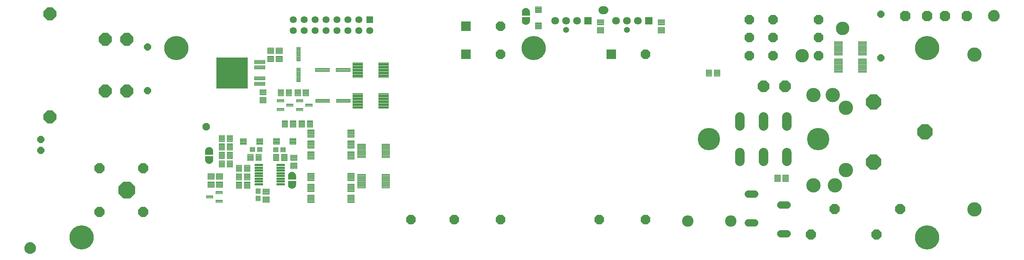
<source format=gts>
G75*
%MOIN*%
%OFA0B0*%
%FSLAX25Y25*%
%IPPOS*%
%LPD*%
%AMOC8*
5,1,8,0,0,1.08239X$1,22.5*
%
%ADD10C,0.13098*%
%ADD11C,0.00500*%
%ADD12OC8,0.09350*%
%ADD13C,0.10500*%
%ADD14C,0.06500*%
%ADD15OC8,0.06500*%
%ADD16C,0.00455*%
%ADD17C,0.00449*%
%ADD18C,0.00454*%
%ADD19OC8,0.10500*%
%ADD20OC8,0.08768*%
%ADD21C,0.12311*%
%ADD22OC8,0.13886*%
%ADD23OC8,0.11768*%
%ADD24C,0.20500*%
%ADD25OC8,0.09100*%
%ADD26OC8,0.15500*%
%ADD27C,0.08750*%
%ADD28C,0.00444*%
%ADD29R,0.07100X0.07100*%
%ADD30C,0.07100*%
%ADD31C,0.05421*%
%ADD32R,0.06406X0.06406*%
%ADD33C,0.06406*%
%ADD34C,0.00486*%
%ADD35OC8,0.06406*%
%ADD36OC8,0.09555*%
%ADD37OC8,0.06996*%
%ADD38C,0.00551*%
%ADD39C,0.00421*%
%ADD40C,0.00100*%
%ADD41R,0.08768X0.08768*%
%ADD42C,0.00455*%
%ADD43C,0.00285*%
%ADD44C,0.00382*%
%ADD45C,0.22154*%
D10*
X0826707Y0127449D03*
X0846392Y0127449D03*
X0856235Y0141228D03*
X0974054Y0105390D03*
X0856235Y0198315D03*
X0844424Y0210126D03*
X0826707Y0210126D03*
X0974054Y0247122D03*
D11*
X0106050Y0066743D02*
X0105550Y0067457D01*
X0105182Y0068247D01*
X0104957Y0069088D01*
X0104881Y0069957D01*
X0104957Y0070825D01*
X0105182Y0071667D01*
X0105550Y0072457D01*
X0106050Y0073171D01*
X0106667Y0073787D01*
X0107381Y0074287D01*
X0108170Y0074655D01*
X0109012Y0074881D01*
X0109881Y0074957D01*
X0110749Y0074881D01*
X0111591Y0074655D01*
X0112381Y0074287D01*
X0113095Y0073787D01*
X0113711Y0073171D01*
X0114211Y0072457D01*
X0114579Y0071667D01*
X0114805Y0070825D01*
X0114881Y0069957D01*
X0114805Y0069088D01*
X0114579Y0068247D01*
X0114211Y0067457D01*
X0113711Y0066743D01*
X0113095Y0066126D01*
X0112381Y0065627D01*
X0111591Y0065258D01*
X0110749Y0065033D01*
X0109881Y0064957D01*
X0109012Y0065033D01*
X0108170Y0065258D01*
X0107381Y0065627D01*
X0106667Y0066126D01*
X0106050Y0066743D01*
X0106173Y0066620D02*
X0113588Y0066620D01*
X0113974Y0067119D02*
X0105787Y0067119D01*
X0105476Y0067617D02*
X0114286Y0067617D01*
X0114518Y0068116D02*
X0105243Y0068116D01*
X0105084Y0068614D02*
X0114678Y0068614D01*
X0114807Y0069113D02*
X0104954Y0069113D01*
X0104911Y0069611D02*
X0114850Y0069611D01*
X0114867Y0070110D02*
X0104894Y0070110D01*
X0104938Y0070608D02*
X0114824Y0070608D01*
X0114729Y0071107D02*
X0105032Y0071107D01*
X0105166Y0071605D02*
X0114595Y0071605D01*
X0114375Y0072104D02*
X0105386Y0072104D01*
X0105653Y0072602D02*
X0114109Y0072602D01*
X0113760Y0073101D02*
X0106002Y0073101D01*
X0106479Y0073600D02*
X0113282Y0073600D01*
X0112650Y0074098D02*
X0107111Y0074098D01*
X0108045Y0074597D02*
X0111716Y0074597D01*
X0113088Y0066122D02*
X0106673Y0066122D01*
X0107387Y0065623D02*
X0112374Y0065623D01*
X0111093Y0065125D02*
X0108668Y0065125D01*
X0986846Y0281687D02*
X0986770Y0282555D01*
X0986846Y0283423D01*
X0987072Y0284265D01*
X0987440Y0285055D01*
X0987940Y0285769D01*
X0988556Y0286385D01*
X0989270Y0286885D01*
X0990060Y0287254D01*
X0990902Y0287479D01*
X0991770Y0287555D01*
X0992639Y0287479D01*
X0993480Y0287254D01*
X0994270Y0286885D01*
X0994984Y0286385D01*
X0995601Y0285769D01*
X0996100Y0285055D01*
X0996469Y0284265D01*
X0996694Y0283423D01*
X0996770Y0282555D01*
X0996694Y0281687D01*
X0996469Y0280845D01*
X0996100Y0280055D01*
X0995601Y0279341D01*
X0994984Y0278725D01*
X0994270Y0278225D01*
X0993480Y0277857D01*
X0992639Y0277631D01*
X0991770Y0277555D01*
X0990902Y0277631D01*
X0990060Y0277857D01*
X0989270Y0278225D01*
X0988556Y0278725D01*
X0987940Y0279341D01*
X0987440Y0280055D01*
X0987072Y0280845D01*
X0986846Y0281687D01*
X0986902Y0281479D02*
X0996639Y0281479D01*
X0996720Y0281977D02*
X0986821Y0281977D01*
X0986777Y0282476D02*
X0996763Y0282476D01*
X0996734Y0282974D02*
X0986807Y0282974D01*
X0986860Y0283473D02*
X0996681Y0283473D01*
X0996548Y0283971D02*
X0986993Y0283971D01*
X0987167Y0284470D02*
X0996373Y0284470D01*
X0996141Y0284968D02*
X0987400Y0284968D01*
X0987728Y0285467D02*
X0995812Y0285467D01*
X0995404Y0285965D02*
X0988136Y0285965D01*
X0988669Y0286464D02*
X0994872Y0286464D01*
X0994105Y0286962D02*
X0989436Y0286962D01*
X0990834Y0287461D02*
X0992707Y0287461D01*
X0996505Y0280980D02*
X0987036Y0280980D01*
X0987241Y0280482D02*
X0996299Y0280482D01*
X0996050Y0279983D02*
X0987491Y0279983D01*
X0987840Y0279485D02*
X0995701Y0279485D01*
X0995246Y0278986D02*
X0988295Y0278986D01*
X0988895Y0278488D02*
X0994645Y0278488D01*
X0993765Y0277989D02*
X0989776Y0277989D01*
D12*
X0905851Y0105646D03*
X0845851Y0105646D03*
X0824288Y0082396D03*
X0884288Y0082396D03*
D13*
X0751070Y0094864D03*
X0711699Y0094864D03*
D14*
X0767056Y0093114D02*
X0773056Y0093114D01*
X0796583Y0083114D02*
X0802583Y0083114D01*
X0802552Y0109396D02*
X0796552Y0109396D01*
X0773024Y0119396D02*
X0767024Y0119396D01*
D15*
X0888320Y0244146D03*
X0888320Y0284146D03*
X0217288Y0253927D03*
X0217288Y0213927D03*
D16*
X0409480Y0152824D02*
X0416612Y0152824D01*
X0409480Y0152824D02*
X0409480Y0165468D01*
X0416612Y0165468D01*
X0416612Y0152824D01*
X0416612Y0153278D02*
X0409480Y0153278D01*
X0409480Y0153732D02*
X0416612Y0153732D01*
X0416612Y0154186D02*
X0409480Y0154186D01*
X0409480Y0154640D02*
X0416612Y0154640D01*
X0416612Y0155094D02*
X0409480Y0155094D01*
X0409480Y0155548D02*
X0416612Y0155548D01*
X0416612Y0156002D02*
X0409480Y0156002D01*
X0409480Y0156456D02*
X0416612Y0156456D01*
X0416612Y0156910D02*
X0409480Y0156910D01*
X0409480Y0157364D02*
X0416612Y0157364D01*
X0416612Y0157818D02*
X0409480Y0157818D01*
X0409480Y0158272D02*
X0416612Y0158272D01*
X0416612Y0158726D02*
X0409480Y0158726D01*
X0409480Y0159180D02*
X0416612Y0159180D01*
X0416612Y0159634D02*
X0409480Y0159634D01*
X0409480Y0160088D02*
X0416612Y0160088D01*
X0416612Y0160542D02*
X0409480Y0160542D01*
X0409480Y0160996D02*
X0416612Y0160996D01*
X0416612Y0161450D02*
X0409480Y0161450D01*
X0409480Y0161904D02*
X0416612Y0161904D01*
X0416612Y0162358D02*
X0409480Y0162358D01*
X0409480Y0162812D02*
X0416612Y0162812D01*
X0416612Y0163266D02*
X0409480Y0163266D01*
X0409480Y0163720D02*
X0416612Y0163720D01*
X0416612Y0164174D02*
X0409480Y0164174D01*
X0409480Y0164628D02*
X0416612Y0164628D01*
X0416612Y0165082D02*
X0409480Y0165082D01*
X0431527Y0152824D02*
X0438659Y0152824D01*
X0431527Y0152824D02*
X0431527Y0165468D01*
X0438659Y0165468D01*
X0438659Y0152824D01*
X0438659Y0153278D02*
X0431527Y0153278D01*
X0431527Y0153732D02*
X0438659Y0153732D01*
X0438659Y0154186D02*
X0431527Y0154186D01*
X0431527Y0154640D02*
X0438659Y0154640D01*
X0438659Y0155094D02*
X0431527Y0155094D01*
X0431527Y0155548D02*
X0438659Y0155548D01*
X0438659Y0156002D02*
X0431527Y0156002D01*
X0431527Y0156456D02*
X0438659Y0156456D01*
X0438659Y0156910D02*
X0431527Y0156910D01*
X0431527Y0157364D02*
X0438659Y0157364D01*
X0438659Y0157818D02*
X0431527Y0157818D01*
X0431527Y0158272D02*
X0438659Y0158272D01*
X0438659Y0158726D02*
X0431527Y0158726D01*
X0431527Y0159180D02*
X0438659Y0159180D01*
X0438659Y0159634D02*
X0431527Y0159634D01*
X0431527Y0160088D02*
X0438659Y0160088D01*
X0438659Y0160542D02*
X0431527Y0160542D01*
X0431527Y0160996D02*
X0438659Y0160996D01*
X0438659Y0161450D02*
X0431527Y0161450D01*
X0431527Y0161904D02*
X0438659Y0161904D01*
X0438659Y0162358D02*
X0431527Y0162358D01*
X0431527Y0162812D02*
X0438659Y0162812D01*
X0438659Y0163266D02*
X0431527Y0163266D01*
X0431527Y0163720D02*
X0438659Y0163720D01*
X0438659Y0164174D02*
X0431527Y0164174D01*
X0431527Y0164628D02*
X0438659Y0164628D01*
X0438659Y0165082D02*
X0431527Y0165082D01*
X0431527Y0125074D02*
X0438659Y0125074D01*
X0431527Y0125074D02*
X0431527Y0137718D01*
X0438659Y0137718D01*
X0438659Y0125074D01*
X0438659Y0125528D02*
X0431527Y0125528D01*
X0431527Y0125982D02*
X0438659Y0125982D01*
X0438659Y0126436D02*
X0431527Y0126436D01*
X0431527Y0126890D02*
X0438659Y0126890D01*
X0438659Y0127344D02*
X0431527Y0127344D01*
X0431527Y0127798D02*
X0438659Y0127798D01*
X0438659Y0128252D02*
X0431527Y0128252D01*
X0431527Y0128706D02*
X0438659Y0128706D01*
X0438659Y0129160D02*
X0431527Y0129160D01*
X0431527Y0129614D02*
X0438659Y0129614D01*
X0438659Y0130068D02*
X0431527Y0130068D01*
X0431527Y0130522D02*
X0438659Y0130522D01*
X0438659Y0130976D02*
X0431527Y0130976D01*
X0431527Y0131430D02*
X0438659Y0131430D01*
X0438659Y0131884D02*
X0431527Y0131884D01*
X0431527Y0132338D02*
X0438659Y0132338D01*
X0438659Y0132792D02*
X0431527Y0132792D01*
X0431527Y0133246D02*
X0438659Y0133246D01*
X0438659Y0133700D02*
X0431527Y0133700D01*
X0431527Y0134154D02*
X0438659Y0134154D01*
X0438659Y0134608D02*
X0431527Y0134608D01*
X0431527Y0135062D02*
X0438659Y0135062D01*
X0438659Y0135516D02*
X0431527Y0135516D01*
X0431527Y0135970D02*
X0438659Y0135970D01*
X0438659Y0136424D02*
X0431527Y0136424D01*
X0431527Y0136878D02*
X0438659Y0136878D01*
X0438659Y0137332D02*
X0431527Y0137332D01*
X0416612Y0125074D02*
X0409480Y0125074D01*
X0409480Y0137718D01*
X0416612Y0137718D01*
X0416612Y0125074D01*
X0416612Y0125528D02*
X0409480Y0125528D01*
X0409480Y0125982D02*
X0416612Y0125982D01*
X0416612Y0126436D02*
X0409480Y0126436D01*
X0409480Y0126890D02*
X0416612Y0126890D01*
X0416612Y0127344D02*
X0409480Y0127344D01*
X0409480Y0127798D02*
X0416612Y0127798D01*
X0416612Y0128252D02*
X0409480Y0128252D01*
X0409480Y0128706D02*
X0416612Y0128706D01*
X0416612Y0129160D02*
X0409480Y0129160D01*
X0409480Y0129614D02*
X0416612Y0129614D01*
X0416612Y0130068D02*
X0409480Y0130068D01*
X0409480Y0130522D02*
X0416612Y0130522D01*
X0416612Y0130976D02*
X0409480Y0130976D01*
X0409480Y0131430D02*
X0416612Y0131430D01*
X0416612Y0131884D02*
X0409480Y0131884D01*
X0409480Y0132338D02*
X0416612Y0132338D01*
X0416612Y0132792D02*
X0409480Y0132792D01*
X0409480Y0133246D02*
X0416612Y0133246D01*
X0416612Y0133700D02*
X0409480Y0133700D01*
X0409480Y0134154D02*
X0416612Y0134154D01*
X0416612Y0134608D02*
X0409480Y0134608D01*
X0409480Y0135062D02*
X0416612Y0135062D01*
X0416612Y0135516D02*
X0409480Y0135516D01*
X0409480Y0135970D02*
X0416612Y0135970D01*
X0416612Y0136424D02*
X0409480Y0136424D01*
X0409480Y0136878D02*
X0416612Y0136878D01*
X0416612Y0137332D02*
X0409480Y0137332D01*
X0845730Y0230824D02*
X0852862Y0230824D01*
X0845730Y0230824D02*
X0845730Y0243468D01*
X0852862Y0243468D01*
X0852862Y0230824D01*
X0852862Y0231278D02*
X0845730Y0231278D01*
X0845730Y0231732D02*
X0852862Y0231732D01*
X0852862Y0232186D02*
X0845730Y0232186D01*
X0845730Y0232640D02*
X0852862Y0232640D01*
X0852862Y0233094D02*
X0845730Y0233094D01*
X0845730Y0233548D02*
X0852862Y0233548D01*
X0852862Y0234002D02*
X0845730Y0234002D01*
X0845730Y0234456D02*
X0852862Y0234456D01*
X0852862Y0234910D02*
X0845730Y0234910D01*
X0845730Y0235364D02*
X0852862Y0235364D01*
X0852862Y0235818D02*
X0845730Y0235818D01*
X0845730Y0236272D02*
X0852862Y0236272D01*
X0852862Y0236726D02*
X0845730Y0236726D01*
X0845730Y0237180D02*
X0852862Y0237180D01*
X0852862Y0237634D02*
X0845730Y0237634D01*
X0845730Y0238088D02*
X0852862Y0238088D01*
X0852862Y0238542D02*
X0845730Y0238542D01*
X0845730Y0238996D02*
X0852862Y0238996D01*
X0852862Y0239450D02*
X0845730Y0239450D01*
X0845730Y0239904D02*
X0852862Y0239904D01*
X0852862Y0240358D02*
X0845730Y0240358D01*
X0845730Y0240812D02*
X0852862Y0240812D01*
X0852862Y0241266D02*
X0845730Y0241266D01*
X0845730Y0241720D02*
X0852862Y0241720D01*
X0852862Y0242174D02*
X0845730Y0242174D01*
X0845730Y0242628D02*
X0852862Y0242628D01*
X0852862Y0243082D02*
X0845730Y0243082D01*
X0867777Y0230824D02*
X0874909Y0230824D01*
X0867777Y0230824D02*
X0867777Y0243468D01*
X0874909Y0243468D01*
X0874909Y0230824D01*
X0874909Y0231278D02*
X0867777Y0231278D01*
X0867777Y0231732D02*
X0874909Y0231732D01*
X0874909Y0232186D02*
X0867777Y0232186D01*
X0867777Y0232640D02*
X0874909Y0232640D01*
X0874909Y0233094D02*
X0867777Y0233094D01*
X0867777Y0233548D02*
X0874909Y0233548D01*
X0874909Y0234002D02*
X0867777Y0234002D01*
X0867777Y0234456D02*
X0874909Y0234456D01*
X0874909Y0234910D02*
X0867777Y0234910D01*
X0867777Y0235364D02*
X0874909Y0235364D01*
X0874909Y0235818D02*
X0867777Y0235818D01*
X0867777Y0236272D02*
X0874909Y0236272D01*
X0874909Y0236726D02*
X0867777Y0236726D01*
X0867777Y0237180D02*
X0874909Y0237180D01*
X0874909Y0237634D02*
X0867777Y0237634D01*
X0867777Y0238088D02*
X0874909Y0238088D01*
X0874909Y0238542D02*
X0867777Y0238542D01*
X0867777Y0238996D02*
X0874909Y0238996D01*
X0874909Y0239450D02*
X0867777Y0239450D01*
X0867777Y0239904D02*
X0874909Y0239904D01*
X0874909Y0240358D02*
X0867777Y0240358D01*
X0867777Y0240812D02*
X0874909Y0240812D01*
X0874909Y0241266D02*
X0867777Y0241266D01*
X0867777Y0241720D02*
X0874909Y0241720D01*
X0874909Y0242174D02*
X0867777Y0242174D01*
X0867777Y0242628D02*
X0874909Y0242628D01*
X0874909Y0243082D02*
X0867777Y0243082D01*
X0867777Y0246574D02*
X0874909Y0246574D01*
X0867777Y0246574D02*
X0867777Y0259218D01*
X0874909Y0259218D01*
X0874909Y0246574D01*
X0874909Y0247028D02*
X0867777Y0247028D01*
X0867777Y0247482D02*
X0874909Y0247482D01*
X0874909Y0247936D02*
X0867777Y0247936D01*
X0867777Y0248390D02*
X0874909Y0248390D01*
X0874909Y0248844D02*
X0867777Y0248844D01*
X0867777Y0249298D02*
X0874909Y0249298D01*
X0874909Y0249752D02*
X0867777Y0249752D01*
X0867777Y0250206D02*
X0874909Y0250206D01*
X0874909Y0250660D02*
X0867777Y0250660D01*
X0867777Y0251114D02*
X0874909Y0251114D01*
X0874909Y0251568D02*
X0867777Y0251568D01*
X0867777Y0252022D02*
X0874909Y0252022D01*
X0874909Y0252476D02*
X0867777Y0252476D01*
X0867777Y0252930D02*
X0874909Y0252930D01*
X0874909Y0253384D02*
X0867777Y0253384D01*
X0867777Y0253838D02*
X0874909Y0253838D01*
X0874909Y0254292D02*
X0867777Y0254292D01*
X0867777Y0254746D02*
X0874909Y0254746D01*
X0874909Y0255200D02*
X0867777Y0255200D01*
X0867777Y0255654D02*
X0874909Y0255654D01*
X0874909Y0256108D02*
X0867777Y0256108D01*
X0867777Y0256562D02*
X0874909Y0256562D01*
X0874909Y0257016D02*
X0867777Y0257016D01*
X0867777Y0257470D02*
X0874909Y0257470D01*
X0874909Y0257924D02*
X0867777Y0257924D01*
X0867777Y0258378D02*
X0874909Y0258378D01*
X0874909Y0258832D02*
X0867777Y0258832D01*
X0852862Y0246574D02*
X0845730Y0246574D01*
X0845730Y0259218D01*
X0852862Y0259218D01*
X0852862Y0246574D01*
X0852862Y0247028D02*
X0845730Y0247028D01*
X0845730Y0247482D02*
X0852862Y0247482D01*
X0852862Y0247936D02*
X0845730Y0247936D01*
X0845730Y0248390D02*
X0852862Y0248390D01*
X0852862Y0248844D02*
X0845730Y0248844D01*
X0845730Y0249298D02*
X0852862Y0249298D01*
X0852862Y0249752D02*
X0845730Y0249752D01*
X0845730Y0250206D02*
X0852862Y0250206D01*
X0852862Y0250660D02*
X0845730Y0250660D01*
X0845730Y0251114D02*
X0852862Y0251114D01*
X0852862Y0251568D02*
X0845730Y0251568D01*
X0845730Y0252022D02*
X0852862Y0252022D01*
X0852862Y0252476D02*
X0845730Y0252476D01*
X0845730Y0252930D02*
X0852862Y0252930D01*
X0852862Y0253384D02*
X0845730Y0253384D01*
X0845730Y0253838D02*
X0852862Y0253838D01*
X0852862Y0254292D02*
X0845730Y0254292D01*
X0845730Y0254746D02*
X0852862Y0254746D01*
X0852862Y0255200D02*
X0845730Y0255200D01*
X0845730Y0255654D02*
X0852862Y0255654D01*
X0852862Y0256108D02*
X0845730Y0256108D01*
X0845730Y0256562D02*
X0852862Y0256562D01*
X0852862Y0257016D02*
X0845730Y0257016D01*
X0845730Y0257470D02*
X0852862Y0257470D01*
X0852862Y0257924D02*
X0845730Y0257924D01*
X0845730Y0258378D02*
X0852862Y0258378D01*
X0852862Y0258832D02*
X0845730Y0258832D01*
D17*
X0740895Y0233375D02*
X0735725Y0233375D01*
X0740895Y0233375D02*
X0740895Y0227417D01*
X0735725Y0227417D01*
X0735725Y0233375D01*
X0735725Y0227865D02*
X0740895Y0227865D01*
X0740895Y0228313D02*
X0735725Y0228313D01*
X0735725Y0228761D02*
X0740895Y0228761D01*
X0740895Y0229209D02*
X0735725Y0229209D01*
X0735725Y0229657D02*
X0740895Y0229657D01*
X0740895Y0230105D02*
X0735725Y0230105D01*
X0735725Y0230553D02*
X0740895Y0230553D01*
X0740895Y0231001D02*
X0735725Y0231001D01*
X0735725Y0231449D02*
X0740895Y0231449D01*
X0740895Y0231897D02*
X0735725Y0231897D01*
X0735725Y0232345D02*
X0740895Y0232345D01*
X0740895Y0232793D02*
X0735725Y0232793D01*
X0735725Y0233241D02*
X0740895Y0233241D01*
X0733414Y0233375D02*
X0728244Y0233375D01*
X0733414Y0233375D02*
X0733414Y0227417D01*
X0728244Y0227417D01*
X0728244Y0233375D01*
X0728244Y0227865D02*
X0733414Y0227865D01*
X0733414Y0228313D02*
X0728244Y0228313D01*
X0728244Y0228761D02*
X0733414Y0228761D01*
X0733414Y0229209D02*
X0728244Y0229209D01*
X0728244Y0229657D02*
X0733414Y0229657D01*
X0733414Y0230105D02*
X0728244Y0230105D01*
X0728244Y0230553D02*
X0733414Y0230553D01*
X0733414Y0231001D02*
X0728244Y0231001D01*
X0728244Y0231449D02*
X0733414Y0231449D01*
X0733414Y0231897D02*
X0728244Y0231897D01*
X0728244Y0232345D02*
X0733414Y0232345D01*
X0733414Y0232793D02*
X0728244Y0232793D01*
X0728244Y0233241D02*
X0733414Y0233241D01*
X0690299Y0266821D02*
X0690299Y0271991D01*
X0690299Y0266821D02*
X0684341Y0266821D01*
X0684341Y0271991D01*
X0690299Y0271991D01*
X0690299Y0267269D02*
X0684341Y0267269D01*
X0684341Y0267717D02*
X0690299Y0267717D01*
X0690299Y0268165D02*
X0684341Y0268165D01*
X0684341Y0268613D02*
X0690299Y0268613D01*
X0690299Y0269061D02*
X0684341Y0269061D01*
X0684341Y0269509D02*
X0690299Y0269509D01*
X0690299Y0269957D02*
X0684341Y0269957D01*
X0684341Y0270405D02*
X0690299Y0270405D01*
X0690299Y0270853D02*
X0684341Y0270853D01*
X0684341Y0271301D02*
X0690299Y0271301D01*
X0690299Y0271749D02*
X0684341Y0271749D01*
X0690299Y0274301D02*
X0690299Y0279471D01*
X0690299Y0274301D02*
X0684341Y0274301D01*
X0684341Y0279471D01*
X0690299Y0279471D01*
X0690299Y0274749D02*
X0684341Y0274749D01*
X0684341Y0275197D02*
X0690299Y0275197D01*
X0690299Y0275645D02*
X0684341Y0275645D01*
X0684341Y0276093D02*
X0690299Y0276093D01*
X0690299Y0276541D02*
X0684341Y0276541D01*
X0684341Y0276989D02*
X0690299Y0276989D01*
X0690299Y0277437D02*
X0684341Y0277437D01*
X0684341Y0277885D02*
X0690299Y0277885D01*
X0690299Y0278333D02*
X0684341Y0278333D01*
X0684341Y0278781D02*
X0690299Y0278781D01*
X0690299Y0279229D02*
X0684341Y0279229D01*
X0634549Y0279471D02*
X0634549Y0274301D01*
X0628591Y0274301D01*
X0628591Y0279471D01*
X0634549Y0279471D01*
X0634549Y0274749D02*
X0628591Y0274749D01*
X0628591Y0275197D02*
X0634549Y0275197D01*
X0634549Y0275645D02*
X0628591Y0275645D01*
X0628591Y0276093D02*
X0634549Y0276093D01*
X0634549Y0276541D02*
X0628591Y0276541D01*
X0628591Y0276989D02*
X0634549Y0276989D01*
X0634549Y0277437D02*
X0628591Y0277437D01*
X0628591Y0277885D02*
X0634549Y0277885D01*
X0634549Y0278333D02*
X0628591Y0278333D01*
X0628591Y0278781D02*
X0634549Y0278781D01*
X0634549Y0279229D02*
X0628591Y0279229D01*
X0634549Y0271991D02*
X0634549Y0266821D01*
X0628591Y0266821D01*
X0628591Y0271991D01*
X0634549Y0271991D01*
X0634549Y0267269D02*
X0628591Y0267269D01*
X0628591Y0267717D02*
X0634549Y0267717D01*
X0634549Y0268165D02*
X0628591Y0268165D01*
X0628591Y0268613D02*
X0634549Y0268613D01*
X0634549Y0269061D02*
X0628591Y0269061D01*
X0628591Y0269509D02*
X0634549Y0269509D01*
X0634549Y0269957D02*
X0628591Y0269957D01*
X0628591Y0270405D02*
X0634549Y0270405D01*
X0634549Y0270853D02*
X0628591Y0270853D01*
X0628591Y0271301D02*
X0634549Y0271301D01*
X0634549Y0271749D02*
X0628591Y0271749D01*
X0364645Y0215375D02*
X0359475Y0215375D01*
X0364645Y0215375D02*
X0364645Y0209417D01*
X0359475Y0209417D01*
X0359475Y0215375D01*
X0359475Y0209865D02*
X0364645Y0209865D01*
X0364645Y0210313D02*
X0359475Y0210313D01*
X0359475Y0210761D02*
X0364645Y0210761D01*
X0364645Y0211209D02*
X0359475Y0211209D01*
X0359475Y0211657D02*
X0364645Y0211657D01*
X0364645Y0212105D02*
X0359475Y0212105D01*
X0359475Y0212553D02*
X0364645Y0212553D01*
X0364645Y0213001D02*
X0359475Y0213001D01*
X0359475Y0213449D02*
X0364645Y0213449D01*
X0364645Y0213897D02*
X0359475Y0213897D01*
X0359475Y0214345D02*
X0364645Y0214345D01*
X0364645Y0214793D02*
X0359475Y0214793D01*
X0359475Y0215241D02*
X0364645Y0215241D01*
X0357164Y0215375D02*
X0351994Y0215375D01*
X0357164Y0215375D02*
X0357164Y0209417D01*
X0351994Y0209417D01*
X0351994Y0215375D01*
X0351994Y0209865D02*
X0357164Y0209865D01*
X0357164Y0210313D02*
X0351994Y0210313D01*
X0351994Y0210761D02*
X0357164Y0210761D01*
X0357164Y0211209D02*
X0351994Y0211209D01*
X0351994Y0211657D02*
X0357164Y0211657D01*
X0357164Y0212105D02*
X0351994Y0212105D01*
X0351994Y0212553D02*
X0357164Y0212553D01*
X0357164Y0213001D02*
X0351994Y0213001D01*
X0351994Y0213449D02*
X0357164Y0213449D01*
X0357164Y0213897D02*
X0351994Y0213897D01*
X0351994Y0214345D02*
X0357164Y0214345D01*
X0357164Y0214793D02*
X0351994Y0214793D01*
X0351994Y0215241D02*
X0357164Y0215241D01*
X0349145Y0215375D02*
X0343975Y0215375D01*
X0349145Y0215375D02*
X0349145Y0209417D01*
X0343975Y0209417D01*
X0343975Y0215375D01*
X0343975Y0209865D02*
X0349145Y0209865D01*
X0349145Y0210313D02*
X0343975Y0210313D01*
X0343975Y0210761D02*
X0349145Y0210761D01*
X0349145Y0211209D02*
X0343975Y0211209D01*
X0343975Y0211657D02*
X0349145Y0211657D01*
X0349145Y0212105D02*
X0343975Y0212105D01*
X0343975Y0212553D02*
X0349145Y0212553D01*
X0349145Y0213001D02*
X0343975Y0213001D01*
X0343975Y0213449D02*
X0349145Y0213449D01*
X0349145Y0213897D02*
X0343975Y0213897D01*
X0343975Y0214345D02*
X0349145Y0214345D01*
X0349145Y0214793D02*
X0343975Y0214793D01*
X0343975Y0215241D02*
X0349145Y0215241D01*
X0341664Y0215375D02*
X0336494Y0215375D01*
X0341664Y0215375D02*
X0341664Y0209417D01*
X0336494Y0209417D01*
X0336494Y0215375D01*
X0336494Y0209865D02*
X0341664Y0209865D01*
X0341664Y0210313D02*
X0336494Y0210313D01*
X0336494Y0210761D02*
X0341664Y0210761D01*
X0341664Y0211209D02*
X0336494Y0211209D01*
X0336494Y0211657D02*
X0341664Y0211657D01*
X0341664Y0212105D02*
X0336494Y0212105D01*
X0336494Y0212553D02*
X0341664Y0212553D01*
X0341664Y0213001D02*
X0336494Y0213001D01*
X0336494Y0213449D02*
X0341664Y0213449D01*
X0341664Y0213897D02*
X0336494Y0213897D01*
X0336494Y0214345D02*
X0341664Y0214345D01*
X0341664Y0214793D02*
X0336494Y0214793D01*
X0336494Y0215241D02*
X0341664Y0215241D01*
X0319841Y0215471D02*
X0319841Y0210301D01*
X0319841Y0215471D02*
X0325799Y0215471D01*
X0325799Y0210301D01*
X0319841Y0210301D01*
X0319841Y0210749D02*
X0325799Y0210749D01*
X0325799Y0211197D02*
X0319841Y0211197D01*
X0319841Y0211645D02*
X0325799Y0211645D01*
X0325799Y0212093D02*
X0319841Y0212093D01*
X0319841Y0212541D02*
X0325799Y0212541D01*
X0325799Y0212989D02*
X0319841Y0212989D01*
X0319841Y0213437D02*
X0325799Y0213437D01*
X0325799Y0213885D02*
X0319841Y0213885D01*
X0319841Y0214333D02*
X0325799Y0214333D01*
X0325799Y0214781D02*
X0319841Y0214781D01*
X0319841Y0215229D02*
X0325799Y0215229D01*
X0319841Y0207991D02*
X0319841Y0202821D01*
X0319841Y0207991D02*
X0325799Y0207991D01*
X0325799Y0202821D01*
X0319841Y0202821D01*
X0319841Y0203269D02*
X0325799Y0203269D01*
X0325799Y0203717D02*
X0319841Y0203717D01*
X0319841Y0204165D02*
X0325799Y0204165D01*
X0325799Y0204613D02*
X0319841Y0204613D01*
X0319841Y0205061D02*
X0325799Y0205061D01*
X0325799Y0205509D02*
X0319841Y0205509D01*
X0319841Y0205957D02*
X0325799Y0205957D01*
X0325799Y0206405D02*
X0319841Y0206405D01*
X0319841Y0206853D02*
X0325799Y0206853D01*
X0325799Y0207301D02*
X0319841Y0207301D01*
X0319841Y0207749D02*
X0325799Y0207749D01*
X0340244Y0186625D02*
X0345414Y0186625D01*
X0345414Y0180667D01*
X0340244Y0180667D01*
X0340244Y0186625D01*
X0340244Y0181115D02*
X0345414Y0181115D01*
X0345414Y0181563D02*
X0340244Y0181563D01*
X0340244Y0182011D02*
X0345414Y0182011D01*
X0345414Y0182459D02*
X0340244Y0182459D01*
X0340244Y0182907D02*
X0345414Y0182907D01*
X0345414Y0183355D02*
X0340244Y0183355D01*
X0340244Y0183803D02*
X0345414Y0183803D01*
X0345414Y0184251D02*
X0340244Y0184251D01*
X0340244Y0184699D02*
X0345414Y0184699D01*
X0345414Y0185147D02*
X0340244Y0185147D01*
X0340244Y0185595D02*
X0345414Y0185595D01*
X0345414Y0186043D02*
X0340244Y0186043D01*
X0340244Y0186491D02*
X0345414Y0186491D01*
X0347725Y0186625D02*
X0352895Y0186625D01*
X0352895Y0180667D01*
X0347725Y0180667D01*
X0347725Y0186625D01*
X0347725Y0181115D02*
X0352895Y0181115D01*
X0352895Y0181563D02*
X0347725Y0181563D01*
X0347725Y0182011D02*
X0352895Y0182011D01*
X0352895Y0182459D02*
X0347725Y0182459D01*
X0347725Y0182907D02*
X0352895Y0182907D01*
X0352895Y0183355D02*
X0347725Y0183355D01*
X0347725Y0183803D02*
X0352895Y0183803D01*
X0352895Y0184251D02*
X0347725Y0184251D01*
X0347725Y0184699D02*
X0352895Y0184699D01*
X0352895Y0185147D02*
X0347725Y0185147D01*
X0347725Y0185595D02*
X0352895Y0185595D01*
X0352895Y0186043D02*
X0347725Y0186043D01*
X0347725Y0186491D02*
X0352895Y0186491D01*
X0355744Y0180667D02*
X0360914Y0180667D01*
X0355744Y0180667D02*
X0355744Y0186625D01*
X0360914Y0186625D01*
X0360914Y0180667D01*
X0360914Y0181115D02*
X0355744Y0181115D01*
X0355744Y0181563D02*
X0360914Y0181563D01*
X0360914Y0182011D02*
X0355744Y0182011D01*
X0355744Y0182459D02*
X0360914Y0182459D01*
X0360914Y0182907D02*
X0355744Y0182907D01*
X0355744Y0183355D02*
X0360914Y0183355D01*
X0360914Y0183803D02*
X0355744Y0183803D01*
X0355744Y0184251D02*
X0360914Y0184251D01*
X0360914Y0184699D02*
X0355744Y0184699D01*
X0355744Y0185147D02*
X0360914Y0185147D01*
X0360914Y0185595D02*
X0355744Y0185595D01*
X0355744Y0186043D02*
X0360914Y0186043D01*
X0360914Y0186491D02*
X0355744Y0186491D01*
X0363225Y0180667D02*
X0368395Y0180667D01*
X0363225Y0180667D02*
X0363225Y0186625D01*
X0368395Y0186625D01*
X0368395Y0180667D01*
X0368395Y0181115D02*
X0363225Y0181115D01*
X0363225Y0181563D02*
X0368395Y0181563D01*
X0368395Y0182011D02*
X0363225Y0182011D01*
X0363225Y0182459D02*
X0368395Y0182459D01*
X0368395Y0182907D02*
X0363225Y0182907D01*
X0363225Y0183355D02*
X0368395Y0183355D01*
X0368395Y0183803D02*
X0363225Y0183803D01*
X0363225Y0184251D02*
X0368395Y0184251D01*
X0368395Y0184699D02*
X0363225Y0184699D01*
X0363225Y0185147D02*
X0368395Y0185147D01*
X0368395Y0185595D02*
X0363225Y0185595D01*
X0363225Y0186043D02*
X0368395Y0186043D01*
X0368395Y0186491D02*
X0363225Y0186491D01*
X0295145Y0173375D02*
X0289975Y0173375D01*
X0295145Y0173375D02*
X0295145Y0167417D01*
X0289975Y0167417D01*
X0289975Y0173375D01*
X0289975Y0167865D02*
X0295145Y0167865D01*
X0295145Y0168313D02*
X0289975Y0168313D01*
X0289975Y0168761D02*
X0295145Y0168761D01*
X0295145Y0169209D02*
X0289975Y0169209D01*
X0289975Y0169657D02*
X0295145Y0169657D01*
X0295145Y0170105D02*
X0289975Y0170105D01*
X0289975Y0170553D02*
X0295145Y0170553D01*
X0295145Y0171001D02*
X0289975Y0171001D01*
X0289975Y0171449D02*
X0295145Y0171449D01*
X0295145Y0171897D02*
X0289975Y0171897D01*
X0289975Y0172345D02*
X0295145Y0172345D01*
X0295145Y0172793D02*
X0289975Y0172793D01*
X0289975Y0173241D02*
X0295145Y0173241D01*
X0287664Y0173375D02*
X0282494Y0173375D01*
X0287664Y0173375D02*
X0287664Y0167417D01*
X0282494Y0167417D01*
X0282494Y0173375D01*
X0282494Y0167865D02*
X0287664Y0167865D01*
X0287664Y0168313D02*
X0282494Y0168313D01*
X0282494Y0168761D02*
X0287664Y0168761D01*
X0287664Y0169209D02*
X0282494Y0169209D01*
X0282494Y0169657D02*
X0287664Y0169657D01*
X0287664Y0170105D02*
X0282494Y0170105D01*
X0282494Y0170553D02*
X0287664Y0170553D01*
X0287664Y0171001D02*
X0282494Y0171001D01*
X0282494Y0171449D02*
X0287664Y0171449D01*
X0287664Y0171897D02*
X0282494Y0171897D01*
X0282494Y0172345D02*
X0287664Y0172345D01*
X0287664Y0172793D02*
X0282494Y0172793D01*
X0282494Y0173241D02*
X0287664Y0173241D01*
X0287664Y0159667D02*
X0282494Y0159667D01*
X0282494Y0165625D01*
X0287664Y0165625D01*
X0287664Y0159667D01*
X0287664Y0160115D02*
X0282494Y0160115D01*
X0282494Y0160563D02*
X0287664Y0160563D01*
X0287664Y0161011D02*
X0282494Y0161011D01*
X0282494Y0161459D02*
X0287664Y0161459D01*
X0287664Y0161907D02*
X0282494Y0161907D01*
X0282494Y0162355D02*
X0287664Y0162355D01*
X0287664Y0162803D02*
X0282494Y0162803D01*
X0282494Y0163251D02*
X0287664Y0163251D01*
X0287664Y0163699D02*
X0282494Y0163699D01*
X0282494Y0164147D02*
X0287664Y0164147D01*
X0287664Y0164595D02*
X0282494Y0164595D01*
X0282494Y0165043D02*
X0287664Y0165043D01*
X0287664Y0165491D02*
X0282494Y0165491D01*
X0289975Y0159667D02*
X0295145Y0159667D01*
X0289975Y0159667D02*
X0289975Y0165625D01*
X0295145Y0165625D01*
X0295145Y0159667D01*
X0295145Y0160115D02*
X0289975Y0160115D01*
X0289975Y0160563D02*
X0295145Y0160563D01*
X0295145Y0161011D02*
X0289975Y0161011D01*
X0289975Y0161459D02*
X0295145Y0161459D01*
X0295145Y0161907D02*
X0289975Y0161907D01*
X0289975Y0162355D02*
X0295145Y0162355D01*
X0295145Y0162803D02*
X0289975Y0162803D01*
X0289975Y0163251D02*
X0295145Y0163251D01*
X0295145Y0163699D02*
X0289975Y0163699D01*
X0289975Y0164147D02*
X0295145Y0164147D01*
X0295145Y0164595D02*
X0289975Y0164595D01*
X0289975Y0165043D02*
X0295145Y0165043D01*
X0295145Y0165491D02*
X0289975Y0165491D01*
X0289975Y0151917D02*
X0295145Y0151917D01*
X0289975Y0151917D02*
X0289975Y0157875D01*
X0295145Y0157875D01*
X0295145Y0151917D01*
X0295145Y0152365D02*
X0289975Y0152365D01*
X0289975Y0152813D02*
X0295145Y0152813D01*
X0295145Y0153261D02*
X0289975Y0153261D01*
X0289975Y0153709D02*
X0295145Y0153709D01*
X0295145Y0154157D02*
X0289975Y0154157D01*
X0289975Y0154605D02*
X0295145Y0154605D01*
X0295145Y0155053D02*
X0289975Y0155053D01*
X0289975Y0155501D02*
X0295145Y0155501D01*
X0295145Y0155949D02*
X0289975Y0155949D01*
X0289975Y0156397D02*
X0295145Y0156397D01*
X0295145Y0156845D02*
X0289975Y0156845D01*
X0289975Y0157293D02*
X0295145Y0157293D01*
X0295145Y0157741D02*
X0289975Y0157741D01*
X0287664Y0151917D02*
X0282494Y0151917D01*
X0282494Y0157875D01*
X0287664Y0157875D01*
X0287664Y0151917D01*
X0287664Y0152365D02*
X0282494Y0152365D01*
X0282494Y0152813D02*
X0287664Y0152813D01*
X0287664Y0153261D02*
X0282494Y0153261D01*
X0282494Y0153709D02*
X0287664Y0153709D01*
X0287664Y0154157D02*
X0282494Y0154157D01*
X0282494Y0154605D02*
X0287664Y0154605D01*
X0287664Y0155053D02*
X0282494Y0155053D01*
X0282494Y0155501D02*
X0287664Y0155501D01*
X0287664Y0155949D02*
X0282494Y0155949D01*
X0282494Y0156397D02*
X0287664Y0156397D01*
X0287664Y0156845D02*
X0282494Y0156845D01*
X0282494Y0157293D02*
X0287664Y0157293D01*
X0287664Y0157741D02*
X0282494Y0157741D01*
X0308744Y0156125D02*
X0313914Y0156125D01*
X0313914Y0150167D01*
X0308744Y0150167D01*
X0308744Y0156125D01*
X0308744Y0150615D02*
X0313914Y0150615D01*
X0313914Y0151063D02*
X0308744Y0151063D01*
X0308744Y0151511D02*
X0313914Y0151511D01*
X0313914Y0151959D02*
X0308744Y0151959D01*
X0308744Y0152407D02*
X0313914Y0152407D01*
X0313914Y0152855D02*
X0308744Y0152855D01*
X0308744Y0153303D02*
X0313914Y0153303D01*
X0313914Y0153751D02*
X0308744Y0153751D01*
X0308744Y0154199D02*
X0313914Y0154199D01*
X0313914Y0154647D02*
X0308744Y0154647D01*
X0308744Y0155095D02*
X0313914Y0155095D01*
X0313914Y0155543D02*
X0308744Y0155543D01*
X0308744Y0155991D02*
X0313914Y0155991D01*
X0316225Y0156125D02*
X0321395Y0156125D01*
X0321395Y0150167D01*
X0316225Y0150167D01*
X0316225Y0156125D01*
X0316225Y0150615D02*
X0321395Y0150615D01*
X0321395Y0151063D02*
X0316225Y0151063D01*
X0316225Y0151511D02*
X0321395Y0151511D01*
X0321395Y0151959D02*
X0316225Y0151959D01*
X0316225Y0152407D02*
X0321395Y0152407D01*
X0321395Y0152855D02*
X0316225Y0152855D01*
X0316225Y0153303D02*
X0321395Y0153303D01*
X0321395Y0153751D02*
X0316225Y0153751D01*
X0316225Y0154199D02*
X0321395Y0154199D01*
X0321395Y0154647D02*
X0316225Y0154647D01*
X0316225Y0155095D02*
X0321395Y0155095D01*
X0321395Y0155543D02*
X0316225Y0155543D01*
X0316225Y0155991D02*
X0321395Y0155991D01*
X0332244Y0149917D02*
X0337414Y0149917D01*
X0332244Y0149917D02*
X0332244Y0155875D01*
X0337414Y0155875D01*
X0337414Y0149917D01*
X0337414Y0150365D02*
X0332244Y0150365D01*
X0332244Y0150813D02*
X0337414Y0150813D01*
X0337414Y0151261D02*
X0332244Y0151261D01*
X0332244Y0151709D02*
X0337414Y0151709D01*
X0337414Y0152157D02*
X0332244Y0152157D01*
X0332244Y0152605D02*
X0337414Y0152605D01*
X0337414Y0153053D02*
X0332244Y0153053D01*
X0332244Y0153501D02*
X0337414Y0153501D01*
X0337414Y0153949D02*
X0332244Y0153949D01*
X0332244Y0154397D02*
X0337414Y0154397D01*
X0337414Y0154845D02*
X0332244Y0154845D01*
X0332244Y0155293D02*
X0337414Y0155293D01*
X0337414Y0155741D02*
X0332244Y0155741D01*
X0339725Y0149917D02*
X0344895Y0149917D01*
X0339725Y0149917D02*
X0339725Y0155875D01*
X0344895Y0155875D01*
X0344895Y0149917D01*
X0344895Y0150365D02*
X0339725Y0150365D01*
X0339725Y0150813D02*
X0344895Y0150813D01*
X0344895Y0151261D02*
X0339725Y0151261D01*
X0339725Y0151709D02*
X0344895Y0151709D01*
X0344895Y0152157D02*
X0339725Y0152157D01*
X0339725Y0152605D02*
X0344895Y0152605D01*
X0344895Y0153053D02*
X0339725Y0153053D01*
X0339725Y0153501D02*
X0344895Y0153501D01*
X0344895Y0153949D02*
X0339725Y0153949D01*
X0339725Y0154397D02*
X0344895Y0154397D01*
X0344895Y0154845D02*
X0339725Y0154845D01*
X0339725Y0155293D02*
X0344895Y0155293D01*
X0344895Y0155741D02*
X0339725Y0155741D01*
X0348091Y0155471D02*
X0348091Y0150301D01*
X0348091Y0155471D02*
X0354049Y0155471D01*
X0354049Y0150301D01*
X0348091Y0150301D01*
X0348091Y0150749D02*
X0354049Y0150749D01*
X0354049Y0151197D02*
X0348091Y0151197D01*
X0348091Y0151645D02*
X0354049Y0151645D01*
X0354049Y0152093D02*
X0348091Y0152093D01*
X0348091Y0152541D02*
X0354049Y0152541D01*
X0354049Y0152989D02*
X0348091Y0152989D01*
X0348091Y0153437D02*
X0354049Y0153437D01*
X0354049Y0153885D02*
X0348091Y0153885D01*
X0348091Y0154333D02*
X0354049Y0154333D01*
X0354049Y0154781D02*
X0348091Y0154781D01*
X0348091Y0155229D02*
X0354049Y0155229D01*
X0348091Y0147991D02*
X0348091Y0142821D01*
X0348091Y0147991D02*
X0354049Y0147991D01*
X0354049Y0142821D01*
X0348091Y0142821D01*
X0348091Y0143269D02*
X0354049Y0143269D01*
X0354049Y0143717D02*
X0348091Y0143717D01*
X0348091Y0144165D02*
X0354049Y0144165D01*
X0354049Y0144613D02*
X0348091Y0144613D01*
X0348091Y0145061D02*
X0354049Y0145061D01*
X0354049Y0145509D02*
X0348091Y0145509D01*
X0348091Y0145957D02*
X0354049Y0145957D01*
X0354049Y0146405D02*
X0348091Y0146405D01*
X0348091Y0146853D02*
X0354049Y0146853D01*
X0354049Y0147301D02*
X0348091Y0147301D01*
X0348091Y0147749D02*
X0354049Y0147749D01*
X0310895Y0146125D02*
X0305725Y0146125D01*
X0310895Y0146125D02*
X0310895Y0140167D01*
X0305725Y0140167D01*
X0305725Y0146125D01*
X0305725Y0140615D02*
X0310895Y0140615D01*
X0310895Y0141063D02*
X0305725Y0141063D01*
X0305725Y0141511D02*
X0310895Y0141511D01*
X0310895Y0141959D02*
X0305725Y0141959D01*
X0305725Y0142407D02*
X0310895Y0142407D01*
X0310895Y0142855D02*
X0305725Y0142855D01*
X0305725Y0143303D02*
X0310895Y0143303D01*
X0310895Y0143751D02*
X0305725Y0143751D01*
X0305725Y0144199D02*
X0310895Y0144199D01*
X0310895Y0144647D02*
X0305725Y0144647D01*
X0305725Y0145095D02*
X0310895Y0145095D01*
X0310895Y0145543D02*
X0305725Y0145543D01*
X0305725Y0145991D02*
X0310895Y0145991D01*
X0303414Y0146125D02*
X0298244Y0146125D01*
X0303414Y0146125D02*
X0303414Y0140167D01*
X0298244Y0140167D01*
X0298244Y0146125D01*
X0298244Y0140615D02*
X0303414Y0140615D01*
X0303414Y0141063D02*
X0298244Y0141063D01*
X0298244Y0141511D02*
X0303414Y0141511D01*
X0303414Y0141959D02*
X0298244Y0141959D01*
X0298244Y0142407D02*
X0303414Y0142407D01*
X0303414Y0142855D02*
X0298244Y0142855D01*
X0298244Y0143303D02*
X0303414Y0143303D01*
X0303414Y0143751D02*
X0298244Y0143751D01*
X0298244Y0144199D02*
X0303414Y0144199D01*
X0303414Y0144647D02*
X0298244Y0144647D01*
X0298244Y0145095D02*
X0303414Y0145095D01*
X0303414Y0145543D02*
X0298244Y0145543D01*
X0298244Y0145991D02*
X0303414Y0145991D01*
X0295145Y0150125D02*
X0289975Y0150125D01*
X0295145Y0150125D02*
X0295145Y0144167D01*
X0289975Y0144167D01*
X0289975Y0150125D01*
X0289975Y0144615D02*
X0295145Y0144615D01*
X0295145Y0145063D02*
X0289975Y0145063D01*
X0289975Y0145511D02*
X0295145Y0145511D01*
X0295145Y0145959D02*
X0289975Y0145959D01*
X0289975Y0146407D02*
X0295145Y0146407D01*
X0295145Y0146855D02*
X0289975Y0146855D01*
X0289975Y0147303D02*
X0295145Y0147303D01*
X0295145Y0147751D02*
X0289975Y0147751D01*
X0289975Y0148199D02*
X0295145Y0148199D01*
X0295145Y0148647D02*
X0289975Y0148647D01*
X0289975Y0149095D02*
X0295145Y0149095D01*
X0295145Y0149543D02*
X0289975Y0149543D01*
X0289975Y0149991D02*
X0295145Y0149991D01*
X0287664Y0150125D02*
X0282494Y0150125D01*
X0287664Y0150125D02*
X0287664Y0144167D01*
X0282494Y0144167D01*
X0282494Y0150125D01*
X0282494Y0144615D02*
X0287664Y0144615D01*
X0287664Y0145063D02*
X0282494Y0145063D01*
X0282494Y0145511D02*
X0287664Y0145511D01*
X0287664Y0145959D02*
X0282494Y0145959D01*
X0282494Y0146407D02*
X0287664Y0146407D01*
X0287664Y0146855D02*
X0282494Y0146855D01*
X0282494Y0147303D02*
X0287664Y0147303D01*
X0287664Y0147751D02*
X0282494Y0147751D01*
X0282494Y0148199D02*
X0287664Y0148199D01*
X0287664Y0148647D02*
X0282494Y0148647D01*
X0282494Y0149095D02*
X0287664Y0149095D01*
X0287664Y0149543D02*
X0282494Y0149543D01*
X0282494Y0149991D02*
X0287664Y0149991D01*
X0280091Y0138221D02*
X0280091Y0133051D01*
X0280091Y0138221D02*
X0286049Y0138221D01*
X0286049Y0133051D01*
X0280091Y0133051D01*
X0280091Y0133499D02*
X0286049Y0133499D01*
X0286049Y0133947D02*
X0280091Y0133947D01*
X0280091Y0134395D02*
X0286049Y0134395D01*
X0286049Y0134843D02*
X0280091Y0134843D01*
X0280091Y0135291D02*
X0286049Y0135291D01*
X0286049Y0135739D02*
X0280091Y0135739D01*
X0280091Y0136187D02*
X0286049Y0136187D01*
X0286049Y0136635D02*
X0280091Y0136635D01*
X0280091Y0137083D02*
X0286049Y0137083D01*
X0286049Y0137531D02*
X0280091Y0137531D01*
X0280091Y0137979D02*
X0286049Y0137979D01*
X0272341Y0138221D02*
X0272341Y0133051D01*
X0272341Y0138221D02*
X0278299Y0138221D01*
X0278299Y0133051D01*
X0272341Y0133051D01*
X0272341Y0133499D02*
X0278299Y0133499D01*
X0278299Y0133947D02*
X0272341Y0133947D01*
X0272341Y0134395D02*
X0278299Y0134395D01*
X0278299Y0134843D02*
X0272341Y0134843D01*
X0272341Y0135291D02*
X0278299Y0135291D01*
X0278299Y0135739D02*
X0272341Y0135739D01*
X0272341Y0136187D02*
X0278299Y0136187D01*
X0278299Y0136635D02*
X0272341Y0136635D01*
X0272341Y0137083D02*
X0278299Y0137083D01*
X0278299Y0137531D02*
X0272341Y0137531D01*
X0272341Y0137979D02*
X0278299Y0137979D01*
X0298244Y0138375D02*
X0303414Y0138375D01*
X0303414Y0132417D01*
X0298244Y0132417D01*
X0298244Y0138375D01*
X0298244Y0132865D02*
X0303414Y0132865D01*
X0303414Y0133313D02*
X0298244Y0133313D01*
X0298244Y0133761D02*
X0303414Y0133761D01*
X0303414Y0134209D02*
X0298244Y0134209D01*
X0298244Y0134657D02*
X0303414Y0134657D01*
X0303414Y0135105D02*
X0298244Y0135105D01*
X0298244Y0135553D02*
X0303414Y0135553D01*
X0303414Y0136001D02*
X0298244Y0136001D01*
X0298244Y0136449D02*
X0303414Y0136449D01*
X0303414Y0136897D02*
X0298244Y0136897D01*
X0298244Y0137345D02*
X0303414Y0137345D01*
X0303414Y0137793D02*
X0298244Y0137793D01*
X0298244Y0138241D02*
X0303414Y0138241D01*
X0305725Y0138375D02*
X0310895Y0138375D01*
X0310895Y0132417D01*
X0305725Y0132417D01*
X0305725Y0138375D01*
X0305725Y0132865D02*
X0310895Y0132865D01*
X0310895Y0133313D02*
X0305725Y0133313D01*
X0305725Y0133761D02*
X0310895Y0133761D01*
X0310895Y0134209D02*
X0305725Y0134209D01*
X0305725Y0134657D02*
X0310895Y0134657D01*
X0310895Y0135105D02*
X0305725Y0135105D01*
X0305725Y0135553D02*
X0310895Y0135553D01*
X0310895Y0136001D02*
X0305725Y0136001D01*
X0305725Y0136449D02*
X0310895Y0136449D01*
X0310895Y0136897D02*
X0305725Y0136897D01*
X0305725Y0137345D02*
X0310895Y0137345D01*
X0310895Y0137793D02*
X0305725Y0137793D01*
X0305725Y0138241D02*
X0310895Y0138241D01*
X0310895Y0130625D02*
X0305725Y0130625D01*
X0310895Y0130625D02*
X0310895Y0124667D01*
X0305725Y0124667D01*
X0305725Y0130625D01*
X0305725Y0125115D02*
X0310895Y0125115D01*
X0310895Y0125563D02*
X0305725Y0125563D01*
X0305725Y0126011D02*
X0310895Y0126011D01*
X0310895Y0126459D02*
X0305725Y0126459D01*
X0305725Y0126907D02*
X0310895Y0126907D01*
X0310895Y0127355D02*
X0305725Y0127355D01*
X0305725Y0127803D02*
X0310895Y0127803D01*
X0310895Y0128251D02*
X0305725Y0128251D01*
X0305725Y0128699D02*
X0310895Y0128699D01*
X0310895Y0129147D02*
X0305725Y0129147D01*
X0305725Y0129595D02*
X0310895Y0129595D01*
X0310895Y0130043D02*
X0305725Y0130043D01*
X0305725Y0130491D02*
X0310895Y0130491D01*
X0303414Y0130625D02*
X0298244Y0130625D01*
X0303414Y0130625D02*
X0303414Y0124667D01*
X0298244Y0124667D01*
X0298244Y0130625D01*
X0298244Y0125115D02*
X0303414Y0125115D01*
X0303414Y0125563D02*
X0298244Y0125563D01*
X0298244Y0126011D02*
X0303414Y0126011D01*
X0303414Y0126459D02*
X0298244Y0126459D01*
X0298244Y0126907D02*
X0303414Y0126907D01*
X0303414Y0127355D02*
X0298244Y0127355D01*
X0298244Y0127803D02*
X0303414Y0127803D01*
X0303414Y0128251D02*
X0298244Y0128251D01*
X0298244Y0128699D02*
X0303414Y0128699D01*
X0303414Y0129147D02*
X0298244Y0129147D01*
X0298244Y0129595D02*
X0303414Y0129595D01*
X0303414Y0130043D02*
X0298244Y0130043D01*
X0298244Y0130491D02*
X0303414Y0130491D01*
X0280091Y0130741D02*
X0280091Y0125571D01*
X0280091Y0130741D02*
X0286049Y0130741D01*
X0286049Y0125571D01*
X0280091Y0125571D01*
X0280091Y0126019D02*
X0286049Y0126019D01*
X0286049Y0126467D02*
X0280091Y0126467D01*
X0280091Y0126915D02*
X0286049Y0126915D01*
X0286049Y0127363D02*
X0280091Y0127363D01*
X0280091Y0127811D02*
X0286049Y0127811D01*
X0286049Y0128259D02*
X0280091Y0128259D01*
X0280091Y0128707D02*
X0286049Y0128707D01*
X0286049Y0129155D02*
X0280091Y0129155D01*
X0280091Y0129603D02*
X0286049Y0129603D01*
X0286049Y0130051D02*
X0280091Y0130051D01*
X0280091Y0130499D02*
X0286049Y0130499D01*
X0272341Y0130741D02*
X0272341Y0125571D01*
X0272341Y0130741D02*
X0278299Y0130741D01*
X0278299Y0125571D01*
X0272341Y0125571D01*
X0272341Y0126019D02*
X0278299Y0126019D01*
X0278299Y0126467D02*
X0272341Y0126467D01*
X0272341Y0126915D02*
X0278299Y0126915D01*
X0278299Y0127363D02*
X0272341Y0127363D01*
X0272341Y0127811D02*
X0278299Y0127811D01*
X0278299Y0128259D02*
X0272341Y0128259D01*
X0272341Y0128707D02*
X0278299Y0128707D01*
X0278299Y0129155D02*
X0272341Y0129155D01*
X0272341Y0129603D02*
X0278299Y0129603D01*
X0278299Y0130051D02*
X0272341Y0130051D01*
X0272341Y0130499D02*
X0278299Y0130499D01*
X0328549Y0124471D02*
X0328549Y0119301D01*
X0322591Y0119301D01*
X0322591Y0124471D01*
X0328549Y0124471D01*
X0328549Y0119749D02*
X0322591Y0119749D01*
X0322591Y0120197D02*
X0328549Y0120197D01*
X0328549Y0120645D02*
X0322591Y0120645D01*
X0322591Y0121093D02*
X0328549Y0121093D01*
X0328549Y0121541D02*
X0322591Y0121541D01*
X0322591Y0121989D02*
X0328549Y0121989D01*
X0328549Y0122437D02*
X0322591Y0122437D01*
X0322591Y0122885D02*
X0328549Y0122885D01*
X0328549Y0123333D02*
X0322591Y0123333D01*
X0322591Y0123781D02*
X0328549Y0123781D01*
X0328549Y0124229D02*
X0322591Y0124229D01*
X0328549Y0116991D02*
X0328549Y0111821D01*
X0322591Y0111821D01*
X0322591Y0116991D01*
X0328549Y0116991D01*
X0328549Y0112269D02*
X0322591Y0112269D01*
X0322591Y0112717D02*
X0328549Y0112717D01*
X0328549Y0113165D02*
X0322591Y0113165D01*
X0322591Y0113613D02*
X0328549Y0113613D01*
X0328549Y0114061D02*
X0322591Y0114061D01*
X0322591Y0114509D02*
X0328549Y0114509D01*
X0328549Y0114957D02*
X0322591Y0114957D01*
X0322591Y0115405D02*
X0328549Y0115405D01*
X0328549Y0115853D02*
X0322591Y0115853D01*
X0322591Y0116301D02*
X0328549Y0116301D01*
X0328549Y0116749D02*
X0322591Y0116749D01*
X0332799Y0240571D02*
X0332799Y0245741D01*
X0332799Y0240571D02*
X0326841Y0240571D01*
X0326841Y0245741D01*
X0332799Y0245741D01*
X0332799Y0241019D02*
X0326841Y0241019D01*
X0326841Y0241467D02*
X0332799Y0241467D01*
X0332799Y0241915D02*
X0326841Y0241915D01*
X0326841Y0242363D02*
X0332799Y0242363D01*
X0332799Y0242811D02*
X0326841Y0242811D01*
X0326841Y0243259D02*
X0332799Y0243259D01*
X0332799Y0243707D02*
X0326841Y0243707D01*
X0326841Y0244155D02*
X0332799Y0244155D01*
X0332799Y0244603D02*
X0326841Y0244603D01*
X0326841Y0245051D02*
X0332799Y0245051D01*
X0332799Y0245499D02*
X0326841Y0245499D01*
X0332799Y0248051D02*
X0332799Y0253221D01*
X0332799Y0248051D02*
X0326841Y0248051D01*
X0326841Y0253221D01*
X0332799Y0253221D01*
X0332799Y0248499D02*
X0326841Y0248499D01*
X0326841Y0248947D02*
X0332799Y0248947D01*
X0332799Y0249395D02*
X0326841Y0249395D01*
X0326841Y0249843D02*
X0332799Y0249843D01*
X0332799Y0250291D02*
X0326841Y0250291D01*
X0326841Y0250739D02*
X0332799Y0250739D01*
X0332799Y0251187D02*
X0326841Y0251187D01*
X0326841Y0251635D02*
X0332799Y0251635D01*
X0332799Y0252083D02*
X0326841Y0252083D01*
X0326841Y0252531D02*
X0332799Y0252531D01*
X0332799Y0252979D02*
X0326841Y0252979D01*
X0340549Y0253221D02*
X0340549Y0248051D01*
X0334591Y0248051D01*
X0334591Y0253221D01*
X0340549Y0253221D01*
X0340549Y0248499D02*
X0334591Y0248499D01*
X0334591Y0248947D02*
X0340549Y0248947D01*
X0340549Y0249395D02*
X0334591Y0249395D01*
X0334591Y0249843D02*
X0340549Y0249843D01*
X0340549Y0250291D02*
X0334591Y0250291D01*
X0334591Y0250739D02*
X0340549Y0250739D01*
X0340549Y0251187D02*
X0334591Y0251187D01*
X0334591Y0251635D02*
X0340549Y0251635D01*
X0340549Y0252083D02*
X0334591Y0252083D01*
X0334591Y0252531D02*
X0340549Y0252531D01*
X0340549Y0252979D02*
X0334591Y0252979D01*
X0340549Y0245741D02*
X0340549Y0240571D01*
X0334591Y0240571D01*
X0334591Y0245741D01*
X0340549Y0245741D01*
X0340549Y0241019D02*
X0334591Y0241019D01*
X0334591Y0241467D02*
X0340549Y0241467D01*
X0340549Y0241915D02*
X0334591Y0241915D01*
X0334591Y0242363D02*
X0340549Y0242363D01*
X0340549Y0242811D02*
X0334591Y0242811D01*
X0334591Y0243259D02*
X0340549Y0243259D01*
X0340549Y0243707D02*
X0334591Y0243707D01*
X0334591Y0244155D02*
X0340549Y0244155D01*
X0340549Y0244603D02*
X0334591Y0244603D01*
X0334591Y0245051D02*
X0340549Y0245051D01*
X0340549Y0245499D02*
X0334591Y0245499D01*
X0790994Y0136875D02*
X0796164Y0136875D01*
X0796164Y0130917D01*
X0790994Y0130917D01*
X0790994Y0136875D01*
X0790994Y0131365D02*
X0796164Y0131365D01*
X0796164Y0131813D02*
X0790994Y0131813D01*
X0790994Y0132261D02*
X0796164Y0132261D01*
X0796164Y0132709D02*
X0790994Y0132709D01*
X0790994Y0133157D02*
X0796164Y0133157D01*
X0796164Y0133605D02*
X0790994Y0133605D01*
X0790994Y0134053D02*
X0796164Y0134053D01*
X0796164Y0134501D02*
X0790994Y0134501D01*
X0790994Y0134949D02*
X0796164Y0134949D01*
X0796164Y0135397D02*
X0790994Y0135397D01*
X0790994Y0135845D02*
X0796164Y0135845D01*
X0796164Y0136293D02*
X0790994Y0136293D01*
X0790994Y0136741D02*
X0796164Y0136741D01*
X0798475Y0136875D02*
X0803645Y0136875D01*
X0803645Y0130917D01*
X0798475Y0130917D01*
X0798475Y0136875D01*
X0798475Y0131365D02*
X0803645Y0131365D01*
X0803645Y0131813D02*
X0798475Y0131813D01*
X0798475Y0132261D02*
X0803645Y0132261D01*
X0803645Y0132709D02*
X0798475Y0132709D01*
X0798475Y0133157D02*
X0803645Y0133157D01*
X0803645Y0133605D02*
X0798475Y0133605D01*
X0798475Y0134053D02*
X0803645Y0134053D01*
X0803645Y0134501D02*
X0798475Y0134501D01*
X0798475Y0134949D02*
X0803645Y0134949D01*
X0803645Y0135397D02*
X0798475Y0135397D01*
X0798475Y0135845D02*
X0803645Y0135845D01*
X0803645Y0136293D02*
X0798475Y0136293D01*
X0798475Y0136741D02*
X0803645Y0136741D01*
D18*
X0406372Y0138673D02*
X0406372Y0131619D01*
X0400342Y0131619D01*
X0400342Y0138673D01*
X0406372Y0138673D01*
X0406372Y0132072D02*
X0400342Y0132072D01*
X0400342Y0132525D02*
X0406372Y0132525D01*
X0406372Y0132978D02*
X0400342Y0132978D01*
X0400342Y0133431D02*
X0406372Y0133431D01*
X0406372Y0133884D02*
X0400342Y0133884D01*
X0400342Y0134337D02*
X0406372Y0134337D01*
X0406372Y0134790D02*
X0400342Y0134790D01*
X0400342Y0135243D02*
X0406372Y0135243D01*
X0406372Y0135696D02*
X0400342Y0135696D01*
X0400342Y0136149D02*
X0406372Y0136149D01*
X0406372Y0136602D02*
X0400342Y0136602D01*
X0400342Y0137055D02*
X0406372Y0137055D01*
X0406372Y0137508D02*
X0400342Y0137508D01*
X0400342Y0137961D02*
X0406372Y0137961D01*
X0406372Y0138414D02*
X0400342Y0138414D01*
X0363767Y0138673D02*
X0363767Y0131619D01*
X0363767Y0138673D02*
X0369797Y0138673D01*
X0369797Y0131619D01*
X0363767Y0131619D01*
X0363767Y0132072D02*
X0369797Y0132072D01*
X0369797Y0132525D02*
X0363767Y0132525D01*
X0363767Y0132978D02*
X0369797Y0132978D01*
X0369797Y0133431D02*
X0363767Y0133431D01*
X0363767Y0133884D02*
X0369797Y0133884D01*
X0369797Y0134337D02*
X0363767Y0134337D01*
X0363767Y0134790D02*
X0369797Y0134790D01*
X0369797Y0135243D02*
X0363767Y0135243D01*
X0363767Y0135696D02*
X0369797Y0135696D01*
X0369797Y0136149D02*
X0363767Y0136149D01*
X0363767Y0136602D02*
X0369797Y0136602D01*
X0369797Y0137055D02*
X0363767Y0137055D01*
X0363767Y0137508D02*
X0369797Y0137508D01*
X0369797Y0137961D02*
X0363767Y0137961D01*
X0363767Y0138414D02*
X0369797Y0138414D01*
X0363767Y0128673D02*
X0363767Y0121619D01*
X0363767Y0128673D02*
X0369797Y0128673D01*
X0369797Y0121619D01*
X0363767Y0121619D01*
X0363767Y0122072D02*
X0369797Y0122072D01*
X0369797Y0122525D02*
X0363767Y0122525D01*
X0363767Y0122978D02*
X0369797Y0122978D01*
X0369797Y0123431D02*
X0363767Y0123431D01*
X0363767Y0123884D02*
X0369797Y0123884D01*
X0369797Y0124337D02*
X0363767Y0124337D01*
X0363767Y0124790D02*
X0369797Y0124790D01*
X0369797Y0125243D02*
X0363767Y0125243D01*
X0363767Y0125696D02*
X0369797Y0125696D01*
X0369797Y0126149D02*
X0363767Y0126149D01*
X0363767Y0126602D02*
X0369797Y0126602D01*
X0369797Y0127055D02*
X0363767Y0127055D01*
X0363767Y0127508D02*
X0369797Y0127508D01*
X0369797Y0127961D02*
X0363767Y0127961D01*
X0363767Y0128414D02*
X0369797Y0128414D01*
X0406372Y0128673D02*
X0406372Y0121619D01*
X0400342Y0121619D01*
X0400342Y0128673D01*
X0406372Y0128673D01*
X0406372Y0122072D02*
X0400342Y0122072D01*
X0400342Y0122525D02*
X0406372Y0122525D01*
X0406372Y0122978D02*
X0400342Y0122978D01*
X0400342Y0123431D02*
X0406372Y0123431D01*
X0406372Y0123884D02*
X0400342Y0123884D01*
X0400342Y0124337D02*
X0406372Y0124337D01*
X0406372Y0124790D02*
X0400342Y0124790D01*
X0400342Y0125243D02*
X0406372Y0125243D01*
X0406372Y0125696D02*
X0400342Y0125696D01*
X0400342Y0126149D02*
X0406372Y0126149D01*
X0406372Y0126602D02*
X0400342Y0126602D01*
X0400342Y0127055D02*
X0406372Y0127055D01*
X0406372Y0127508D02*
X0400342Y0127508D01*
X0400342Y0127961D02*
X0406372Y0127961D01*
X0406372Y0128414D02*
X0400342Y0128414D01*
X0406372Y0118673D02*
X0406372Y0111619D01*
X0400342Y0111619D01*
X0400342Y0118673D01*
X0406372Y0118673D01*
X0406372Y0112072D02*
X0400342Y0112072D01*
X0400342Y0112525D02*
X0406372Y0112525D01*
X0406372Y0112978D02*
X0400342Y0112978D01*
X0400342Y0113431D02*
X0406372Y0113431D01*
X0406372Y0113884D02*
X0400342Y0113884D01*
X0400342Y0114337D02*
X0406372Y0114337D01*
X0406372Y0114790D02*
X0400342Y0114790D01*
X0400342Y0115243D02*
X0406372Y0115243D01*
X0406372Y0115696D02*
X0400342Y0115696D01*
X0400342Y0116149D02*
X0406372Y0116149D01*
X0406372Y0116602D02*
X0400342Y0116602D01*
X0400342Y0117055D02*
X0406372Y0117055D01*
X0406372Y0117508D02*
X0400342Y0117508D01*
X0400342Y0117961D02*
X0406372Y0117961D01*
X0406372Y0118414D02*
X0400342Y0118414D01*
X0363767Y0118673D02*
X0363767Y0111619D01*
X0363767Y0118673D02*
X0369797Y0118673D01*
X0369797Y0111619D01*
X0363767Y0111619D01*
X0363767Y0112072D02*
X0369797Y0112072D01*
X0369797Y0112525D02*
X0363767Y0112525D01*
X0363767Y0112978D02*
X0369797Y0112978D01*
X0369797Y0113431D02*
X0363767Y0113431D01*
X0363767Y0113884D02*
X0369797Y0113884D01*
X0369797Y0114337D02*
X0363767Y0114337D01*
X0363767Y0114790D02*
X0369797Y0114790D01*
X0369797Y0115243D02*
X0363767Y0115243D01*
X0363767Y0115696D02*
X0369797Y0115696D01*
X0369797Y0116149D02*
X0363767Y0116149D01*
X0363767Y0116602D02*
X0369797Y0116602D01*
X0369797Y0117055D02*
X0363767Y0117055D01*
X0363767Y0117508D02*
X0369797Y0117508D01*
X0369797Y0117961D02*
X0363767Y0117961D01*
X0363767Y0118414D02*
X0369797Y0118414D01*
X0363767Y0151369D02*
X0363767Y0158423D01*
X0369797Y0158423D01*
X0369797Y0151369D01*
X0363767Y0151369D01*
X0363767Y0151822D02*
X0369797Y0151822D01*
X0369797Y0152275D02*
X0363767Y0152275D01*
X0363767Y0152728D02*
X0369797Y0152728D01*
X0369797Y0153181D02*
X0363767Y0153181D01*
X0363767Y0153634D02*
X0369797Y0153634D01*
X0369797Y0154087D02*
X0363767Y0154087D01*
X0363767Y0154540D02*
X0369797Y0154540D01*
X0369797Y0154993D02*
X0363767Y0154993D01*
X0363767Y0155446D02*
X0369797Y0155446D01*
X0369797Y0155899D02*
X0363767Y0155899D01*
X0363767Y0156352D02*
X0369797Y0156352D01*
X0369797Y0156805D02*
X0363767Y0156805D01*
X0363767Y0157258D02*
X0369797Y0157258D01*
X0369797Y0157711D02*
X0363767Y0157711D01*
X0363767Y0158164D02*
X0369797Y0158164D01*
X0363767Y0161369D02*
X0363767Y0168423D01*
X0369797Y0168423D01*
X0369797Y0161369D01*
X0363767Y0161369D01*
X0363767Y0161822D02*
X0369797Y0161822D01*
X0369797Y0162275D02*
X0363767Y0162275D01*
X0363767Y0162728D02*
X0369797Y0162728D01*
X0369797Y0163181D02*
X0363767Y0163181D01*
X0363767Y0163634D02*
X0369797Y0163634D01*
X0369797Y0164087D02*
X0363767Y0164087D01*
X0363767Y0164540D02*
X0369797Y0164540D01*
X0369797Y0164993D02*
X0363767Y0164993D01*
X0363767Y0165446D02*
X0369797Y0165446D01*
X0369797Y0165899D02*
X0363767Y0165899D01*
X0363767Y0166352D02*
X0369797Y0166352D01*
X0369797Y0166805D02*
X0363767Y0166805D01*
X0363767Y0167258D02*
X0369797Y0167258D01*
X0369797Y0167711D02*
X0363767Y0167711D01*
X0363767Y0168164D02*
X0369797Y0168164D01*
X0363767Y0171369D02*
X0363767Y0178423D01*
X0369797Y0178423D01*
X0369797Y0171369D01*
X0363767Y0171369D01*
X0363767Y0171822D02*
X0369797Y0171822D01*
X0369797Y0172275D02*
X0363767Y0172275D01*
X0363767Y0172728D02*
X0369797Y0172728D01*
X0369797Y0173181D02*
X0363767Y0173181D01*
X0363767Y0173634D02*
X0369797Y0173634D01*
X0369797Y0174087D02*
X0363767Y0174087D01*
X0363767Y0174540D02*
X0369797Y0174540D01*
X0369797Y0174993D02*
X0363767Y0174993D01*
X0363767Y0175446D02*
X0369797Y0175446D01*
X0369797Y0175899D02*
X0363767Y0175899D01*
X0363767Y0176352D02*
X0369797Y0176352D01*
X0369797Y0176805D02*
X0363767Y0176805D01*
X0363767Y0177258D02*
X0369797Y0177258D01*
X0369797Y0177711D02*
X0363767Y0177711D01*
X0363767Y0178164D02*
X0369797Y0178164D01*
X0406372Y0178423D02*
X0406372Y0171369D01*
X0400342Y0171369D01*
X0400342Y0178423D01*
X0406372Y0178423D01*
X0406372Y0171822D02*
X0400342Y0171822D01*
X0400342Y0172275D02*
X0406372Y0172275D01*
X0406372Y0172728D02*
X0400342Y0172728D01*
X0400342Y0173181D02*
X0406372Y0173181D01*
X0406372Y0173634D02*
X0400342Y0173634D01*
X0400342Y0174087D02*
X0406372Y0174087D01*
X0406372Y0174540D02*
X0400342Y0174540D01*
X0400342Y0174993D02*
X0406372Y0174993D01*
X0406372Y0175446D02*
X0400342Y0175446D01*
X0400342Y0175899D02*
X0406372Y0175899D01*
X0406372Y0176352D02*
X0400342Y0176352D01*
X0400342Y0176805D02*
X0406372Y0176805D01*
X0406372Y0177258D02*
X0400342Y0177258D01*
X0400342Y0177711D02*
X0406372Y0177711D01*
X0406372Y0178164D02*
X0400342Y0178164D01*
X0406372Y0168423D02*
X0406372Y0161369D01*
X0400342Y0161369D01*
X0400342Y0168423D01*
X0406372Y0168423D01*
X0406372Y0161822D02*
X0400342Y0161822D01*
X0400342Y0162275D02*
X0406372Y0162275D01*
X0406372Y0162728D02*
X0400342Y0162728D01*
X0400342Y0163181D02*
X0406372Y0163181D01*
X0406372Y0163634D02*
X0400342Y0163634D01*
X0400342Y0164087D02*
X0406372Y0164087D01*
X0406372Y0164540D02*
X0400342Y0164540D01*
X0400342Y0164993D02*
X0406372Y0164993D01*
X0406372Y0165446D02*
X0400342Y0165446D01*
X0400342Y0165899D02*
X0406372Y0165899D01*
X0406372Y0166352D02*
X0400342Y0166352D01*
X0400342Y0166805D02*
X0406372Y0166805D01*
X0406372Y0167258D02*
X0400342Y0167258D01*
X0400342Y0167711D02*
X0406372Y0167711D01*
X0406372Y0168164D02*
X0400342Y0168164D01*
X0406372Y0158423D02*
X0406372Y0151369D01*
X0400342Y0151369D01*
X0400342Y0158423D01*
X0406372Y0158423D01*
X0406372Y0151822D02*
X0400342Y0151822D01*
X0400342Y0152275D02*
X0406372Y0152275D01*
X0406372Y0152728D02*
X0400342Y0152728D01*
X0400342Y0153181D02*
X0406372Y0153181D01*
X0406372Y0153634D02*
X0400342Y0153634D01*
X0400342Y0154087D02*
X0406372Y0154087D01*
X0406372Y0154540D02*
X0400342Y0154540D01*
X0400342Y0154993D02*
X0406372Y0154993D01*
X0406372Y0155446D02*
X0400342Y0155446D01*
X0400342Y0155899D02*
X0406372Y0155899D01*
X0406372Y0156352D02*
X0400342Y0156352D01*
X0400342Y0156805D02*
X0406372Y0156805D01*
X0406372Y0157258D02*
X0400342Y0157258D01*
X0400342Y0157711D02*
X0406372Y0157711D01*
X0406372Y0158164D02*
X0400342Y0158164D01*
D19*
X0780977Y0218146D03*
X0800662Y0218146D03*
D20*
X0789646Y0246110D03*
X0767993Y0246110D03*
X0767993Y0262646D03*
X0789646Y0262646D03*
X0831320Y0262646D03*
X0831320Y0279181D03*
X0789646Y0279181D03*
X0767993Y0279181D03*
X0831320Y0246110D03*
X0673056Y0247484D03*
X0540306Y0247484D03*
X0540306Y0273075D03*
X0540306Y0095909D03*
X0497983Y0095909D03*
X0458416Y0095909D03*
X0630733Y0095909D03*
X0673056Y0095909D03*
D21*
X0816162Y0246110D03*
X0853170Y0270913D03*
D22*
X0881534Y0203815D03*
X0928778Y0176256D03*
X0881534Y0148697D03*
D23*
X0198463Y0213657D03*
X0178778Y0213657D03*
X0127991Y0190035D03*
X0178778Y0260902D03*
X0198463Y0260902D03*
X0127991Y0284524D03*
D24*
X0730820Y0169646D03*
X0830820Y0169646D03*
D25*
X0213424Y0143106D03*
X0173424Y0143106D03*
X0173424Y0103106D03*
X0213424Y0103106D03*
D26*
X0198463Y0123106D03*
D27*
X0759320Y0149271D02*
X0759320Y0157521D01*
X0780820Y0157521D02*
X0780820Y0149271D01*
X0802320Y0149271D02*
X0802320Y0157521D01*
X0802320Y0181771D02*
X0802320Y0190021D01*
X0780820Y0190021D02*
X0780820Y0181771D01*
X0759320Y0181771D02*
X0759320Y0190021D01*
D28*
X0343359Y0158150D02*
X0338973Y0158150D01*
X0338973Y0162142D01*
X0343359Y0162142D01*
X0343359Y0158150D01*
X0343359Y0158593D02*
X0338973Y0158593D01*
X0338973Y0159036D02*
X0343359Y0159036D01*
X0343359Y0159479D02*
X0338973Y0159479D01*
X0338973Y0159922D02*
X0343359Y0159922D01*
X0343359Y0160365D02*
X0338973Y0160365D01*
X0338973Y0160808D02*
X0343359Y0160808D01*
X0343359Y0161251D02*
X0338973Y0161251D01*
X0338973Y0161694D02*
X0343359Y0161694D01*
X0343359Y0162137D02*
X0338973Y0162137D01*
X0336666Y0158150D02*
X0332280Y0158150D01*
X0332280Y0162142D01*
X0336666Y0162142D01*
X0336666Y0158150D01*
X0336666Y0158593D02*
X0332280Y0158593D01*
X0332280Y0159036D02*
X0336666Y0159036D01*
X0336666Y0159479D02*
X0332280Y0159479D01*
X0332280Y0159922D02*
X0336666Y0159922D01*
X0336666Y0160365D02*
X0332280Y0160365D01*
X0332280Y0160808D02*
X0336666Y0160808D01*
X0336666Y0161251D02*
X0332280Y0161251D01*
X0332280Y0161694D02*
X0336666Y0161694D01*
X0336666Y0162137D02*
X0332280Y0162137D01*
X0322109Y0162392D02*
X0317723Y0162392D01*
X0322109Y0162392D02*
X0322109Y0158400D01*
X0317723Y0158400D01*
X0317723Y0162392D01*
X0317723Y0158843D02*
X0322109Y0158843D01*
X0322109Y0159286D02*
X0317723Y0159286D01*
X0317723Y0159729D02*
X0322109Y0159729D01*
X0322109Y0160172D02*
X0317723Y0160172D01*
X0317723Y0160615D02*
X0322109Y0160615D01*
X0322109Y0161058D02*
X0317723Y0161058D01*
X0317723Y0161501D02*
X0322109Y0161501D01*
X0322109Y0161944D02*
X0317723Y0161944D01*
X0317723Y0162387D02*
X0322109Y0162387D01*
X0315416Y0162392D02*
X0311030Y0162392D01*
X0315416Y0162392D02*
X0315416Y0158400D01*
X0311030Y0158400D01*
X0311030Y0162392D01*
X0311030Y0158843D02*
X0315416Y0158843D01*
X0315416Y0159286D02*
X0311030Y0159286D01*
X0311030Y0159729D02*
X0315416Y0159729D01*
X0315416Y0160172D02*
X0311030Y0160172D01*
X0311030Y0160615D02*
X0315416Y0160615D01*
X0315416Y0161058D02*
X0311030Y0161058D01*
X0311030Y0161501D02*
X0315416Y0161501D01*
X0315416Y0161944D02*
X0311030Y0161944D01*
X0311030Y0162387D02*
X0315416Y0162387D01*
X0320316Y0124435D02*
X0320316Y0120049D01*
X0316324Y0120049D01*
X0316324Y0124435D01*
X0320316Y0124435D01*
X0320316Y0120492D02*
X0316324Y0120492D01*
X0316324Y0120935D02*
X0320316Y0120935D01*
X0320316Y0121378D02*
X0316324Y0121378D01*
X0316324Y0121821D02*
X0320316Y0121821D01*
X0320316Y0122264D02*
X0316324Y0122264D01*
X0316324Y0122707D02*
X0320316Y0122707D01*
X0320316Y0123150D02*
X0316324Y0123150D01*
X0316324Y0123593D02*
X0320316Y0123593D01*
X0320316Y0124036D02*
X0316324Y0124036D01*
X0320316Y0117742D02*
X0320316Y0113356D01*
X0316324Y0113356D01*
X0316324Y0117742D01*
X0320316Y0117742D01*
X0320316Y0113799D02*
X0316324Y0113799D01*
X0316324Y0114242D02*
X0320316Y0114242D01*
X0320316Y0114685D02*
X0316324Y0114685D01*
X0316324Y0115128D02*
X0320316Y0115128D01*
X0320316Y0115571D02*
X0316324Y0115571D01*
X0316324Y0116014D02*
X0320316Y0116014D01*
X0320316Y0116457D02*
X0316324Y0116457D01*
X0316324Y0116900D02*
X0320316Y0116900D01*
X0320316Y0117343D02*
X0316324Y0117343D01*
D29*
X0620320Y0278146D03*
X0675820Y0278146D03*
D30*
X0665820Y0278146D03*
X0655820Y0278146D03*
X0645820Y0278146D03*
X0610320Y0278146D03*
X0600320Y0278146D03*
X0590320Y0278146D03*
D31*
X0600320Y0269642D03*
X0655820Y0269642D03*
D32*
X0420570Y0279146D03*
D33*
X0410570Y0279146D03*
X0400570Y0279146D03*
X0390570Y0279146D03*
X0380570Y0279146D03*
X0370570Y0279146D03*
X0360570Y0279146D03*
X0350570Y0279146D03*
X0350570Y0269146D03*
X0360570Y0269146D03*
X0370570Y0269146D03*
X0380570Y0269146D03*
X0390570Y0269146D03*
X0400570Y0269146D03*
X0410570Y0269146D03*
X0420570Y0269146D03*
D34*
X0359327Y0203789D02*
X0353313Y0203789D01*
X0353313Y0206003D01*
X0359327Y0206003D01*
X0359327Y0203789D01*
X0359327Y0204274D02*
X0353313Y0204274D01*
X0353313Y0204759D02*
X0359327Y0204759D01*
X0359327Y0205244D02*
X0353313Y0205244D01*
X0353313Y0205729D02*
X0359327Y0205729D01*
X0361813Y0199789D02*
X0367827Y0199789D01*
X0361813Y0199789D02*
X0361813Y0202003D01*
X0367827Y0202003D01*
X0367827Y0199789D01*
X0367827Y0200274D02*
X0361813Y0200274D01*
X0361813Y0200759D02*
X0367827Y0200759D01*
X0367827Y0201244D02*
X0361813Y0201244D01*
X0361813Y0201729D02*
X0367827Y0201729D01*
X0359327Y0195789D02*
X0353313Y0195789D01*
X0353313Y0198003D01*
X0359327Y0198003D01*
X0359327Y0195789D01*
X0359327Y0196274D02*
X0353313Y0196274D01*
X0353313Y0196759D02*
X0359327Y0196759D01*
X0359327Y0197244D02*
X0353313Y0197244D01*
X0353313Y0197729D02*
X0359327Y0197729D01*
X0350327Y0199789D02*
X0344313Y0199789D01*
X0344313Y0202003D01*
X0350327Y0202003D01*
X0350327Y0199789D01*
X0350327Y0200274D02*
X0344313Y0200274D01*
X0344313Y0200759D02*
X0350327Y0200759D01*
X0350327Y0201244D02*
X0344313Y0201244D01*
X0344313Y0201729D02*
X0350327Y0201729D01*
X0341827Y0203789D02*
X0335813Y0203789D01*
X0335813Y0206003D01*
X0341827Y0206003D01*
X0341827Y0203789D01*
X0341827Y0204274D02*
X0335813Y0204274D01*
X0335813Y0204759D02*
X0341827Y0204759D01*
X0341827Y0205244D02*
X0335813Y0205244D01*
X0335813Y0205729D02*
X0341827Y0205729D01*
X0341827Y0195789D02*
X0335813Y0195789D01*
X0335813Y0198003D01*
X0341827Y0198003D01*
X0341827Y0195789D01*
X0341827Y0196274D02*
X0335813Y0196274D01*
X0335813Y0196759D02*
X0341827Y0196759D01*
X0341827Y0197244D02*
X0335813Y0197244D01*
X0335813Y0197729D02*
X0341827Y0197729D01*
X0285577Y0122003D02*
X0279563Y0122003D01*
X0285577Y0122003D02*
X0285577Y0119789D01*
X0279563Y0119789D01*
X0279563Y0122003D01*
X0279563Y0120274D02*
X0285577Y0120274D01*
X0285577Y0120759D02*
X0279563Y0120759D01*
X0279563Y0121244D02*
X0285577Y0121244D01*
X0285577Y0121729D02*
X0279563Y0121729D01*
X0277077Y0118003D02*
X0271063Y0118003D01*
X0277077Y0118003D02*
X0277077Y0115789D01*
X0271063Y0115789D01*
X0271063Y0118003D01*
X0271063Y0116274D02*
X0277077Y0116274D01*
X0277077Y0116759D02*
X0271063Y0116759D01*
X0271063Y0117244D02*
X0277077Y0117244D01*
X0277077Y0117729D02*
X0271063Y0117729D01*
X0279563Y0114003D02*
X0285577Y0114003D01*
X0285577Y0111789D01*
X0279563Y0111789D01*
X0279563Y0114003D01*
X0279563Y0112274D02*
X0285577Y0112274D01*
X0285577Y0112759D02*
X0279563Y0112759D01*
X0279563Y0113244D02*
X0285577Y0113244D01*
X0285577Y0113729D02*
X0279563Y0113729D01*
D35*
X0119723Y0159445D03*
X0119723Y0169445D03*
D36*
X0910570Y0282396D03*
X0930570Y0282396D03*
X0947070Y0282396D03*
X0967070Y0282396D03*
D37*
X0271070Y0180896D03*
D38*
X0315495Y0146571D02*
X0322545Y0146571D01*
X0322545Y0145221D01*
X0315495Y0145221D01*
X0315495Y0146571D01*
X0315495Y0145771D02*
X0322545Y0145771D01*
X0322545Y0146321D02*
X0315495Y0146321D01*
X0315495Y0144071D02*
X0322545Y0144071D01*
X0322545Y0142721D01*
X0315495Y0142721D01*
X0315495Y0144071D01*
X0315495Y0143271D02*
X0322545Y0143271D01*
X0322545Y0143821D02*
X0315495Y0143821D01*
X0315495Y0141571D02*
X0322545Y0141571D01*
X0322545Y0140221D01*
X0315495Y0140221D01*
X0315495Y0141571D01*
X0315495Y0140771D02*
X0322545Y0140771D01*
X0322545Y0141321D02*
X0315495Y0141321D01*
X0315495Y0139071D02*
X0322545Y0139071D01*
X0322545Y0137721D01*
X0315495Y0137721D01*
X0315495Y0139071D01*
X0315495Y0138271D02*
X0322545Y0138271D01*
X0322545Y0138821D02*
X0315495Y0138821D01*
X0315495Y0136571D02*
X0322545Y0136571D01*
X0322545Y0135221D01*
X0315495Y0135221D01*
X0315495Y0136571D01*
X0315495Y0135771D02*
X0322545Y0135771D01*
X0322545Y0136321D02*
X0315495Y0136321D01*
X0315495Y0134071D02*
X0322545Y0134071D01*
X0322545Y0132721D01*
X0315495Y0132721D01*
X0315495Y0134071D01*
X0315495Y0133271D02*
X0322545Y0133271D01*
X0322545Y0133821D02*
X0315495Y0133821D01*
X0315495Y0131571D02*
X0322545Y0131571D01*
X0322545Y0130221D01*
X0315495Y0130221D01*
X0315495Y0131571D01*
X0315495Y0130771D02*
X0322545Y0130771D01*
X0322545Y0131321D02*
X0315495Y0131321D01*
X0315495Y0129071D02*
X0322545Y0129071D01*
X0322545Y0127721D01*
X0315495Y0127721D01*
X0315495Y0129071D01*
X0315495Y0128271D02*
X0322545Y0128271D01*
X0322545Y0128821D02*
X0315495Y0128821D01*
X0335595Y0129071D02*
X0342645Y0129071D01*
X0342645Y0127721D01*
X0335595Y0127721D01*
X0335595Y0129071D01*
X0335595Y0128271D02*
X0342645Y0128271D01*
X0342645Y0128821D02*
X0335595Y0128821D01*
X0335595Y0131571D02*
X0342645Y0131571D01*
X0342645Y0130221D01*
X0335595Y0130221D01*
X0335595Y0131571D01*
X0335595Y0130771D02*
X0342645Y0130771D01*
X0342645Y0131321D02*
X0335595Y0131321D01*
X0335595Y0134071D02*
X0342645Y0134071D01*
X0342645Y0132721D01*
X0335595Y0132721D01*
X0335595Y0134071D01*
X0335595Y0133271D02*
X0342645Y0133271D01*
X0342645Y0133821D02*
X0335595Y0133821D01*
X0335595Y0136571D02*
X0342645Y0136571D01*
X0342645Y0135221D01*
X0335595Y0135221D01*
X0335595Y0136571D01*
X0335595Y0135771D02*
X0342645Y0135771D01*
X0342645Y0136321D02*
X0335595Y0136321D01*
X0335595Y0139071D02*
X0342645Y0139071D01*
X0342645Y0137721D01*
X0335595Y0137721D01*
X0335595Y0139071D01*
X0335595Y0138271D02*
X0342645Y0138271D01*
X0342645Y0138821D02*
X0335595Y0138821D01*
X0335595Y0141571D02*
X0342645Y0141571D01*
X0342645Y0140221D01*
X0335595Y0140221D01*
X0335595Y0141571D01*
X0335595Y0140771D02*
X0342645Y0140771D01*
X0342645Y0141321D02*
X0335595Y0141321D01*
X0335595Y0144071D02*
X0342645Y0144071D01*
X0342645Y0142721D01*
X0335595Y0142721D01*
X0335595Y0144071D01*
X0335595Y0143271D02*
X0342645Y0143271D01*
X0342645Y0143821D02*
X0335595Y0143821D01*
X0335595Y0146571D02*
X0342645Y0146571D01*
X0342645Y0145221D01*
X0335595Y0145221D01*
X0335595Y0146571D01*
X0335595Y0145771D02*
X0342645Y0145771D01*
X0342645Y0146321D02*
X0335595Y0146321D01*
D39*
X0337885Y0170692D02*
X0332293Y0170692D01*
X0337885Y0170692D02*
X0337885Y0165100D01*
X0332293Y0165100D01*
X0332293Y0170692D01*
X0332293Y0165520D02*
X0337885Y0165520D01*
X0337885Y0165940D02*
X0332293Y0165940D01*
X0332293Y0166360D02*
X0337885Y0166360D01*
X0337885Y0166780D02*
X0332293Y0166780D01*
X0332293Y0167200D02*
X0337885Y0167200D01*
X0337885Y0167620D02*
X0332293Y0167620D01*
X0332293Y0168040D02*
X0337885Y0168040D01*
X0337885Y0168460D02*
X0332293Y0168460D01*
X0332293Y0168880D02*
X0337885Y0168880D01*
X0337885Y0169300D02*
X0332293Y0169300D01*
X0332293Y0169720D02*
X0337885Y0169720D01*
X0337885Y0170140D02*
X0332293Y0170140D01*
X0332293Y0170560D02*
X0337885Y0170560D01*
X0347254Y0170692D02*
X0352846Y0170692D01*
X0352846Y0165100D01*
X0347254Y0165100D01*
X0347254Y0170692D01*
X0347254Y0165520D02*
X0352846Y0165520D01*
X0352846Y0165940D02*
X0347254Y0165940D01*
X0347254Y0166360D02*
X0352846Y0166360D01*
X0352846Y0166780D02*
X0347254Y0166780D01*
X0347254Y0167200D02*
X0352846Y0167200D01*
X0352846Y0167620D02*
X0347254Y0167620D01*
X0347254Y0168040D02*
X0352846Y0168040D01*
X0352846Y0168460D02*
X0347254Y0168460D01*
X0347254Y0168880D02*
X0352846Y0168880D01*
X0352846Y0169300D02*
X0347254Y0169300D01*
X0347254Y0169720D02*
X0352846Y0169720D01*
X0352846Y0170140D02*
X0347254Y0170140D01*
X0347254Y0170560D02*
X0352846Y0170560D01*
X0322596Y0164850D02*
X0317004Y0164850D01*
X0317004Y0170442D01*
X0322596Y0170442D01*
X0322596Y0164850D01*
X0322596Y0165270D02*
X0317004Y0165270D01*
X0317004Y0165690D02*
X0322596Y0165690D01*
X0322596Y0166110D02*
X0317004Y0166110D01*
X0317004Y0166530D02*
X0322596Y0166530D01*
X0322596Y0166950D02*
X0317004Y0166950D01*
X0317004Y0167370D02*
X0322596Y0167370D01*
X0322596Y0167790D02*
X0317004Y0167790D01*
X0317004Y0168210D02*
X0322596Y0168210D01*
X0322596Y0168630D02*
X0317004Y0168630D01*
X0317004Y0169050D02*
X0322596Y0169050D01*
X0322596Y0169470D02*
X0317004Y0169470D01*
X0317004Y0169890D02*
X0322596Y0169890D01*
X0322596Y0170310D02*
X0317004Y0170310D01*
X0307635Y0164850D02*
X0302043Y0164850D01*
X0302043Y0170442D01*
X0307635Y0170442D01*
X0307635Y0164850D01*
X0307635Y0165270D02*
X0302043Y0165270D01*
X0302043Y0165690D02*
X0307635Y0165690D01*
X0307635Y0166110D02*
X0302043Y0166110D01*
X0302043Y0166530D02*
X0307635Y0166530D01*
X0307635Y0166950D02*
X0302043Y0166950D01*
X0302043Y0167370D02*
X0307635Y0167370D01*
X0307635Y0167790D02*
X0302043Y0167790D01*
X0302043Y0168210D02*
X0307635Y0168210D01*
X0307635Y0168630D02*
X0302043Y0168630D01*
X0302043Y0169050D02*
X0307635Y0169050D01*
X0307635Y0169470D02*
X0302043Y0169470D01*
X0302043Y0169890D02*
X0307635Y0169890D01*
X0307635Y0170310D02*
X0302043Y0170310D01*
X0572024Y0270619D02*
X0572024Y0276211D01*
X0577616Y0276211D01*
X0577616Y0270619D01*
X0572024Y0270619D01*
X0572024Y0271039D02*
X0577616Y0271039D01*
X0577616Y0271459D02*
X0572024Y0271459D01*
X0572024Y0271879D02*
X0577616Y0271879D01*
X0577616Y0272299D02*
X0572024Y0272299D01*
X0572024Y0272719D02*
X0577616Y0272719D01*
X0577616Y0273139D02*
X0572024Y0273139D01*
X0572024Y0273559D02*
X0577616Y0273559D01*
X0577616Y0273979D02*
X0572024Y0273979D01*
X0572024Y0274399D02*
X0577616Y0274399D01*
X0577616Y0274819D02*
X0572024Y0274819D01*
X0572024Y0275239D02*
X0577616Y0275239D01*
X0577616Y0275659D02*
X0572024Y0275659D01*
X0572024Y0276079D02*
X0577616Y0276079D01*
X0572024Y0285580D02*
X0572024Y0291172D01*
X0577616Y0291172D01*
X0577616Y0285580D01*
X0572024Y0285580D01*
X0572024Y0286000D02*
X0577616Y0286000D01*
X0577616Y0286420D02*
X0572024Y0286420D01*
X0572024Y0286840D02*
X0577616Y0286840D01*
X0577616Y0287260D02*
X0572024Y0287260D01*
X0572024Y0287680D02*
X0577616Y0287680D01*
X0577616Y0288100D02*
X0572024Y0288100D01*
X0572024Y0288520D02*
X0577616Y0288520D01*
X0577616Y0288940D02*
X0572024Y0288940D01*
X0572024Y0289360D02*
X0577616Y0289360D01*
X0577616Y0289780D02*
X0572024Y0289780D01*
X0572024Y0290200D02*
X0577616Y0290200D01*
X0577616Y0290620D02*
X0572024Y0290620D01*
X0572024Y0291040D02*
X0577616Y0291040D01*
D40*
X0566553Y0287485D02*
X0566230Y0288090D01*
X0565794Y0288621D01*
X0565264Y0289056D01*
X0564659Y0289379D01*
X0564002Y0289578D01*
X0563320Y0289646D01*
X0562637Y0289578D01*
X0561980Y0289379D01*
X0561375Y0289056D01*
X0560845Y0288621D01*
X0560409Y0288090D01*
X0560086Y0287485D01*
X0559887Y0286828D01*
X0559820Y0286146D01*
X0559820Y0282896D01*
X0566820Y0282896D01*
X0566820Y0286146D01*
X0566752Y0286828D01*
X0566553Y0287485D01*
X0566555Y0287480D02*
X0560084Y0287480D01*
X0560055Y0287382D02*
X0566585Y0287382D01*
X0566614Y0287283D02*
X0560025Y0287283D01*
X0559995Y0287184D02*
X0566644Y0287184D01*
X0566674Y0287086D02*
X0559965Y0287086D01*
X0559935Y0286987D02*
X0566704Y0286987D01*
X0566734Y0286889D02*
X0559905Y0286889D01*
X0559883Y0286790D02*
X0566756Y0286790D01*
X0566766Y0286692D02*
X0559873Y0286692D01*
X0559864Y0286593D02*
X0566775Y0286593D01*
X0566785Y0286495D02*
X0559854Y0286495D01*
X0559844Y0286396D02*
X0566795Y0286396D01*
X0566805Y0286298D02*
X0559835Y0286298D01*
X0559825Y0286199D02*
X0566814Y0286199D01*
X0566820Y0286101D02*
X0559820Y0286101D01*
X0559820Y0286002D02*
X0566820Y0286002D01*
X0566820Y0285904D02*
X0559820Y0285904D01*
X0559820Y0285805D02*
X0566820Y0285805D01*
X0566820Y0285707D02*
X0559820Y0285707D01*
X0559820Y0285608D02*
X0566820Y0285608D01*
X0566820Y0285510D02*
X0559820Y0285510D01*
X0559820Y0285411D02*
X0566820Y0285411D01*
X0566820Y0285313D02*
X0559820Y0285313D01*
X0559820Y0285214D02*
X0566820Y0285214D01*
X0566820Y0285116D02*
X0559820Y0285116D01*
X0559820Y0285017D02*
X0566820Y0285017D01*
X0566820Y0284919D02*
X0559820Y0284919D01*
X0559820Y0284820D02*
X0566820Y0284820D01*
X0566820Y0284722D02*
X0559820Y0284722D01*
X0559820Y0284623D02*
X0566820Y0284623D01*
X0566820Y0284525D02*
X0559820Y0284525D01*
X0559820Y0284426D02*
X0566820Y0284426D01*
X0566820Y0284328D02*
X0559820Y0284328D01*
X0559820Y0284229D02*
X0566820Y0284229D01*
X0566820Y0284131D02*
X0559820Y0284131D01*
X0559820Y0284032D02*
X0566820Y0284032D01*
X0566820Y0283934D02*
X0559820Y0283934D01*
X0559820Y0283835D02*
X0566820Y0283835D01*
X0566820Y0283737D02*
X0559820Y0283737D01*
X0559820Y0283638D02*
X0566820Y0283638D01*
X0566820Y0283540D02*
X0559820Y0283540D01*
X0559820Y0283441D02*
X0566820Y0283441D01*
X0566820Y0283343D02*
X0559820Y0283343D01*
X0559820Y0283244D02*
X0566820Y0283244D01*
X0566820Y0283146D02*
X0559820Y0283146D01*
X0559820Y0283047D02*
X0566820Y0283047D01*
X0566820Y0282948D02*
X0559820Y0282948D01*
X0559820Y0281396D02*
X0566820Y0281396D01*
X0566820Y0278146D01*
X0566752Y0277463D01*
X0566553Y0276806D01*
X0566230Y0276201D01*
X0565794Y0275671D01*
X0565264Y0275236D01*
X0564659Y0274912D01*
X0564002Y0274713D01*
X0563320Y0274646D01*
X0562637Y0274713D01*
X0561980Y0274912D01*
X0561375Y0275236D01*
X0560845Y0275671D01*
X0560409Y0276201D01*
X0560086Y0276806D01*
X0559887Y0277463D01*
X0559820Y0278146D01*
X0559820Y0281396D01*
X0559820Y0281372D02*
X0566820Y0281372D01*
X0566820Y0281274D02*
X0559820Y0281274D01*
X0559820Y0281175D02*
X0566820Y0281175D01*
X0566820Y0281077D02*
X0559820Y0281077D01*
X0559820Y0280978D02*
X0566820Y0280978D01*
X0566820Y0280880D02*
X0559820Y0280880D01*
X0559820Y0280781D02*
X0566820Y0280781D01*
X0566820Y0280683D02*
X0559820Y0280683D01*
X0559820Y0280584D02*
X0566820Y0280584D01*
X0566820Y0280486D02*
X0559820Y0280486D01*
X0559820Y0280387D02*
X0566820Y0280387D01*
X0566820Y0280289D02*
X0559820Y0280289D01*
X0559820Y0280190D02*
X0566820Y0280190D01*
X0566820Y0280092D02*
X0559820Y0280092D01*
X0559820Y0279993D02*
X0566820Y0279993D01*
X0566820Y0279895D02*
X0559820Y0279895D01*
X0559820Y0279796D02*
X0566820Y0279796D01*
X0566820Y0279698D02*
X0559820Y0279698D01*
X0559820Y0279599D02*
X0566820Y0279599D01*
X0566820Y0279501D02*
X0559820Y0279501D01*
X0559820Y0279402D02*
X0566820Y0279402D01*
X0566820Y0279304D02*
X0559820Y0279304D01*
X0559820Y0279205D02*
X0566820Y0279205D01*
X0566820Y0279107D02*
X0559820Y0279107D01*
X0559820Y0279008D02*
X0566820Y0279008D01*
X0566820Y0278910D02*
X0559820Y0278910D01*
X0559820Y0278811D02*
X0566820Y0278811D01*
X0566820Y0278713D02*
X0559820Y0278713D01*
X0559820Y0278614D02*
X0566820Y0278614D01*
X0566820Y0278515D02*
X0559820Y0278515D01*
X0559820Y0278417D02*
X0566820Y0278417D01*
X0566820Y0278318D02*
X0559820Y0278318D01*
X0559820Y0278220D02*
X0566820Y0278220D01*
X0566817Y0278121D02*
X0559822Y0278121D01*
X0559832Y0278023D02*
X0566807Y0278023D01*
X0566798Y0277924D02*
X0559841Y0277924D01*
X0559851Y0277826D02*
X0566788Y0277826D01*
X0566778Y0277727D02*
X0559861Y0277727D01*
X0559870Y0277629D02*
X0566769Y0277629D01*
X0566759Y0277530D02*
X0559880Y0277530D01*
X0559896Y0277432D02*
X0566743Y0277432D01*
X0566713Y0277333D02*
X0559926Y0277333D01*
X0559956Y0277235D02*
X0566683Y0277235D01*
X0566653Y0277136D02*
X0559986Y0277136D01*
X0560016Y0277038D02*
X0566623Y0277038D01*
X0566593Y0276939D02*
X0560046Y0276939D01*
X0560075Y0276841D02*
X0566564Y0276841D01*
X0566519Y0276742D02*
X0560120Y0276742D01*
X0560173Y0276644D02*
X0566466Y0276644D01*
X0566414Y0276545D02*
X0560225Y0276545D01*
X0560278Y0276447D02*
X0566361Y0276447D01*
X0566308Y0276348D02*
X0560331Y0276348D01*
X0560383Y0276250D02*
X0566256Y0276250D01*
X0566189Y0276151D02*
X0560450Y0276151D01*
X0560531Y0276053D02*
X0566108Y0276053D01*
X0566027Y0275954D02*
X0560612Y0275954D01*
X0560693Y0275856D02*
X0565946Y0275856D01*
X0565865Y0275757D02*
X0560774Y0275757D01*
X0560859Y0275659D02*
X0565780Y0275659D01*
X0565660Y0275560D02*
X0560979Y0275560D01*
X0561100Y0275462D02*
X0565540Y0275462D01*
X0565420Y0275363D02*
X0561220Y0275363D01*
X0561340Y0275265D02*
X0565299Y0275265D01*
X0565134Y0275166D02*
X0561505Y0275166D01*
X0561689Y0275068D02*
X0564950Y0275068D01*
X0564766Y0274969D02*
X0561874Y0274969D01*
X0562117Y0274871D02*
X0564522Y0274871D01*
X0564197Y0274772D02*
X0562442Y0274772D01*
X0563036Y0274674D02*
X0563603Y0274674D01*
X0566503Y0287579D02*
X0560136Y0287579D01*
X0560189Y0287677D02*
X0566451Y0287677D01*
X0566398Y0287776D02*
X0560241Y0287776D01*
X0560294Y0287874D02*
X0566345Y0287874D01*
X0566293Y0287973D02*
X0560347Y0287973D01*
X0560399Y0288071D02*
X0566240Y0288071D01*
X0566165Y0288170D02*
X0560475Y0288170D01*
X0560555Y0288268D02*
X0566084Y0288268D01*
X0566003Y0288367D02*
X0560636Y0288367D01*
X0560717Y0288465D02*
X0565922Y0288465D01*
X0565841Y0288564D02*
X0560798Y0288564D01*
X0560895Y0288662D02*
X0565744Y0288662D01*
X0565624Y0288761D02*
X0561015Y0288761D01*
X0561135Y0288859D02*
X0565504Y0288859D01*
X0565384Y0288958D02*
X0561255Y0288958D01*
X0561376Y0289056D02*
X0565263Y0289056D01*
X0565079Y0289155D02*
X0561560Y0289155D01*
X0561744Y0289253D02*
X0564895Y0289253D01*
X0564710Y0289352D02*
X0561929Y0289352D01*
X0562214Y0289450D02*
X0564425Y0289450D01*
X0564100Y0289549D02*
X0562539Y0289549D01*
X0630070Y0287896D02*
X0630137Y0287213D01*
X0630336Y0286556D01*
X0630659Y0285951D01*
X0631095Y0285421D01*
X0631625Y0284986D01*
X0632230Y0284662D01*
X0632887Y0284463D01*
X0633570Y0284396D01*
X0634320Y0284396D01*
X0634320Y0291396D01*
X0635070Y0291396D01*
X0635752Y0291328D01*
X0636409Y0291129D01*
X0637014Y0290806D01*
X0637544Y0290371D01*
X0637980Y0289840D01*
X0638303Y0289235D01*
X0638502Y0288578D01*
X0638570Y0287896D01*
X0638502Y0287213D01*
X0638303Y0286556D01*
X0637980Y0285951D01*
X0637544Y0285421D01*
X0637014Y0284986D01*
X0636409Y0284662D01*
X0635752Y0284463D01*
X0635070Y0284396D01*
X0634320Y0284396D01*
X0634320Y0291396D01*
X0633570Y0291396D01*
X0632887Y0291328D01*
X0632230Y0291129D01*
X0631625Y0290806D01*
X0631095Y0290371D01*
X0630659Y0289840D01*
X0630336Y0289235D01*
X0630137Y0288578D01*
X0630070Y0287896D01*
X0630072Y0287874D02*
X0634320Y0287874D01*
X0638567Y0287874D01*
X0638562Y0287973D02*
X0634320Y0287973D01*
X0630077Y0287973D01*
X0630087Y0288071D02*
X0634320Y0288071D01*
X0638552Y0288071D01*
X0638543Y0288170D02*
X0634320Y0288170D01*
X0630097Y0288170D01*
X0630106Y0288268D02*
X0634320Y0288268D01*
X0638533Y0288268D01*
X0638523Y0288367D02*
X0634320Y0288367D01*
X0630116Y0288367D01*
X0630126Y0288465D02*
X0634320Y0288465D01*
X0638513Y0288465D01*
X0638504Y0288564D02*
X0634320Y0288564D01*
X0630135Y0288564D01*
X0630162Y0288662D02*
X0634320Y0288662D01*
X0638477Y0288662D01*
X0638447Y0288761D02*
X0634320Y0288761D01*
X0630192Y0288761D01*
X0630222Y0288859D02*
X0634320Y0288859D01*
X0638417Y0288859D01*
X0638387Y0288958D02*
X0634320Y0288958D01*
X0630252Y0288958D01*
X0630282Y0289056D02*
X0634320Y0289056D01*
X0638357Y0289056D01*
X0638328Y0289155D02*
X0634320Y0289155D01*
X0630312Y0289155D01*
X0630346Y0289253D02*
X0634320Y0289253D01*
X0638293Y0289253D01*
X0638241Y0289352D02*
X0634320Y0289352D01*
X0630398Y0289352D01*
X0630451Y0289450D02*
X0634320Y0289450D01*
X0638188Y0289450D01*
X0638135Y0289549D02*
X0634320Y0289549D01*
X0630504Y0289549D01*
X0630556Y0289647D02*
X0634320Y0289647D01*
X0638083Y0289647D01*
X0638030Y0289746D02*
X0634320Y0289746D01*
X0630609Y0289746D01*
X0630663Y0289844D02*
X0634320Y0289844D01*
X0637976Y0289844D01*
X0637895Y0289943D02*
X0634320Y0289943D01*
X0630744Y0289943D01*
X0630824Y0290041D02*
X0634320Y0290041D01*
X0637815Y0290041D01*
X0637734Y0290140D02*
X0634320Y0290140D01*
X0630905Y0290140D01*
X0630986Y0290238D02*
X0634320Y0290238D01*
X0637653Y0290238D01*
X0637572Y0290337D02*
X0634320Y0290337D01*
X0631067Y0290337D01*
X0631174Y0290435D02*
X0634320Y0290435D01*
X0637465Y0290435D01*
X0637345Y0290534D02*
X0634320Y0290534D01*
X0631294Y0290534D01*
X0631414Y0290632D02*
X0634320Y0290632D01*
X0637225Y0290632D01*
X0637105Y0290731D02*
X0634320Y0290731D01*
X0631534Y0290731D01*
X0631669Y0290829D02*
X0634320Y0290829D01*
X0636970Y0290829D01*
X0636786Y0290928D02*
X0634320Y0290928D01*
X0631854Y0290928D01*
X0632038Y0291026D02*
X0634320Y0291026D01*
X0636601Y0291026D01*
X0636417Y0291125D02*
X0634320Y0291125D01*
X0632222Y0291125D01*
X0632541Y0291223D02*
X0634320Y0291223D01*
X0636098Y0291223D01*
X0635774Y0291322D02*
X0634320Y0291322D01*
X0632865Y0291322D01*
X0634320Y0287776D02*
X0638558Y0287776D01*
X0638548Y0287677D02*
X0634320Y0287677D01*
X0630091Y0287677D01*
X0630101Y0287579D02*
X0634320Y0287579D01*
X0638538Y0287579D01*
X0638529Y0287480D02*
X0634320Y0287480D01*
X0630110Y0287480D01*
X0630120Y0287382D02*
X0634320Y0287382D01*
X0638519Y0287382D01*
X0638509Y0287283D02*
X0634320Y0287283D01*
X0630130Y0287283D01*
X0630145Y0287184D02*
X0634320Y0287184D01*
X0638494Y0287184D01*
X0638464Y0287086D02*
X0634320Y0287086D01*
X0630175Y0287086D01*
X0630205Y0286987D02*
X0634320Y0286987D01*
X0638434Y0286987D01*
X0638404Y0286889D02*
X0634320Y0286889D01*
X0630235Y0286889D01*
X0630265Y0286790D02*
X0634320Y0286790D01*
X0638374Y0286790D01*
X0638344Y0286692D02*
X0634320Y0286692D01*
X0630295Y0286692D01*
X0630325Y0286593D02*
X0634320Y0286593D01*
X0638314Y0286593D01*
X0638270Y0286495D02*
X0634320Y0286495D01*
X0630369Y0286495D01*
X0630421Y0286396D02*
X0634320Y0286396D01*
X0638218Y0286396D01*
X0638165Y0286298D02*
X0634320Y0286298D01*
X0630474Y0286298D01*
X0630527Y0286199D02*
X0634320Y0286199D01*
X0638112Y0286199D01*
X0638060Y0286101D02*
X0634320Y0286101D01*
X0630579Y0286101D01*
X0630632Y0286002D02*
X0634320Y0286002D01*
X0638007Y0286002D01*
X0637941Y0285904D02*
X0634320Y0285904D01*
X0630698Y0285904D01*
X0630779Y0285805D02*
X0634320Y0285805D01*
X0637860Y0285805D01*
X0637779Y0285707D02*
X0634320Y0285707D01*
X0630860Y0285707D01*
X0630941Y0285608D02*
X0634320Y0285608D01*
X0637698Y0285608D01*
X0637617Y0285510D02*
X0634320Y0285510D01*
X0631022Y0285510D01*
X0631106Y0285411D02*
X0634320Y0285411D01*
X0637533Y0285411D01*
X0637413Y0285313D02*
X0634320Y0285313D01*
X0631226Y0285313D01*
X0631346Y0285214D02*
X0634320Y0285214D01*
X0637293Y0285214D01*
X0637173Y0285116D02*
X0634320Y0285116D01*
X0631466Y0285116D01*
X0631586Y0285017D02*
X0634320Y0285017D01*
X0637053Y0285017D01*
X0636889Y0284919D02*
X0634320Y0284919D01*
X0631750Y0284919D01*
X0631934Y0284820D02*
X0634320Y0284820D01*
X0636705Y0284820D01*
X0636520Y0284722D02*
X0634320Y0284722D01*
X0632119Y0284722D01*
X0632358Y0284623D02*
X0634320Y0284623D01*
X0636281Y0284623D01*
X0635956Y0284525D02*
X0634320Y0284525D01*
X0632683Y0284525D01*
X0633260Y0284426D02*
X0634320Y0284426D01*
X0635379Y0284426D01*
X0634320Y0287776D02*
X0630081Y0287776D01*
X0274909Y0162129D02*
X0274252Y0162328D01*
X0273570Y0162396D01*
X0272887Y0162328D01*
X0272230Y0162129D01*
X0271625Y0161806D01*
X0271095Y0161371D01*
X0270659Y0160840D01*
X0270336Y0160235D01*
X0270137Y0159578D01*
X0270070Y0158896D01*
X0270070Y0155646D01*
X0277070Y0155646D01*
X0277070Y0158896D01*
X0277002Y0159578D01*
X0276803Y0160235D01*
X0276480Y0160840D01*
X0276044Y0161371D01*
X0275514Y0161806D01*
X0274909Y0162129D01*
X0275010Y0162075D02*
X0272129Y0162075D01*
X0271945Y0161977D02*
X0275195Y0161977D01*
X0275379Y0161878D02*
X0271760Y0161878D01*
X0271593Y0161780D02*
X0275546Y0161780D01*
X0275666Y0161681D02*
X0271473Y0161681D01*
X0271353Y0161583D02*
X0275786Y0161583D01*
X0275906Y0161484D02*
X0271233Y0161484D01*
X0271113Y0161386D02*
X0276026Y0161386D01*
X0276113Y0161287D02*
X0271026Y0161287D01*
X0270945Y0161189D02*
X0276194Y0161189D01*
X0276275Y0161090D02*
X0270864Y0161090D01*
X0270784Y0160991D02*
X0276356Y0160991D01*
X0276436Y0160893D02*
X0270703Y0160893D01*
X0270635Y0160794D02*
X0276504Y0160794D01*
X0276557Y0160696D02*
X0270582Y0160696D01*
X0270530Y0160597D02*
X0276609Y0160597D01*
X0276662Y0160499D02*
X0270477Y0160499D01*
X0270424Y0160400D02*
X0276715Y0160400D01*
X0276767Y0160302D02*
X0270372Y0160302D01*
X0270326Y0160203D02*
X0276813Y0160203D01*
X0276843Y0160105D02*
X0270296Y0160105D01*
X0270267Y0160006D02*
X0276873Y0160006D01*
X0276902Y0159908D02*
X0270237Y0159908D01*
X0270207Y0159809D02*
X0276932Y0159809D01*
X0276962Y0159711D02*
X0270177Y0159711D01*
X0270147Y0159612D02*
X0276992Y0159612D01*
X0277009Y0159514D02*
X0270130Y0159514D01*
X0270121Y0159415D02*
X0277018Y0159415D01*
X0277028Y0159317D02*
X0270111Y0159317D01*
X0270101Y0159218D02*
X0277038Y0159218D01*
X0277047Y0159120D02*
X0270092Y0159120D01*
X0270082Y0159021D02*
X0277057Y0159021D01*
X0277067Y0158923D02*
X0270072Y0158923D01*
X0270070Y0158824D02*
X0277070Y0158824D01*
X0277070Y0158726D02*
X0270070Y0158726D01*
X0270070Y0158627D02*
X0277070Y0158627D01*
X0277070Y0158529D02*
X0270070Y0158529D01*
X0270070Y0158430D02*
X0277070Y0158430D01*
X0277070Y0158332D02*
X0270070Y0158332D01*
X0270070Y0158233D02*
X0277070Y0158233D01*
X0277070Y0158135D02*
X0270070Y0158135D01*
X0270070Y0158036D02*
X0277070Y0158036D01*
X0277070Y0157938D02*
X0270070Y0157938D01*
X0270070Y0157839D02*
X0277070Y0157839D01*
X0277070Y0157741D02*
X0270070Y0157741D01*
X0270070Y0157642D02*
X0277070Y0157642D01*
X0277070Y0157544D02*
X0270070Y0157544D01*
X0270070Y0157445D02*
X0277070Y0157445D01*
X0277070Y0157347D02*
X0270070Y0157347D01*
X0270070Y0157248D02*
X0277070Y0157248D01*
X0277070Y0157150D02*
X0270070Y0157150D01*
X0270070Y0157051D02*
X0277070Y0157051D01*
X0277070Y0156953D02*
X0270070Y0156953D01*
X0270070Y0156854D02*
X0277070Y0156854D01*
X0277070Y0156755D02*
X0270070Y0156755D01*
X0270070Y0156657D02*
X0277070Y0156657D01*
X0277070Y0156558D02*
X0270070Y0156558D01*
X0270070Y0156460D02*
X0277070Y0156460D01*
X0277070Y0156361D02*
X0270070Y0156361D01*
X0270070Y0156263D02*
X0277070Y0156263D01*
X0277070Y0156164D02*
X0270070Y0156164D01*
X0270070Y0156066D02*
X0277070Y0156066D01*
X0277070Y0155967D02*
X0270070Y0155967D01*
X0270070Y0155869D02*
X0277070Y0155869D01*
X0277070Y0155770D02*
X0270070Y0155770D01*
X0270070Y0155672D02*
X0277070Y0155672D01*
X0277070Y0154146D02*
X0270070Y0154146D01*
X0270070Y0150896D01*
X0270137Y0150213D01*
X0270336Y0149556D01*
X0270659Y0148951D01*
X0271095Y0148421D01*
X0271625Y0147986D01*
X0272230Y0147662D01*
X0272887Y0147463D01*
X0273570Y0147396D01*
X0274252Y0147463D01*
X0274909Y0147662D01*
X0275514Y0147986D01*
X0276044Y0148421D01*
X0276480Y0148951D01*
X0276803Y0149556D01*
X0277002Y0150213D01*
X0277070Y0150896D01*
X0277070Y0154146D01*
X0277070Y0154096D02*
X0270070Y0154096D01*
X0270070Y0153997D02*
X0277070Y0153997D01*
X0277070Y0153899D02*
X0270070Y0153899D01*
X0270070Y0153800D02*
X0277070Y0153800D01*
X0277070Y0153702D02*
X0270070Y0153702D01*
X0270070Y0153603D02*
X0277070Y0153603D01*
X0277070Y0153505D02*
X0270070Y0153505D01*
X0270070Y0153406D02*
X0277070Y0153406D01*
X0277070Y0153308D02*
X0270070Y0153308D01*
X0270070Y0153209D02*
X0277070Y0153209D01*
X0277070Y0153111D02*
X0270070Y0153111D01*
X0270070Y0153012D02*
X0277070Y0153012D01*
X0277070Y0152914D02*
X0270070Y0152914D01*
X0270070Y0152815D02*
X0277070Y0152815D01*
X0277070Y0152717D02*
X0270070Y0152717D01*
X0270070Y0152618D02*
X0277070Y0152618D01*
X0277070Y0152520D02*
X0270070Y0152520D01*
X0270070Y0152421D02*
X0277070Y0152421D01*
X0277070Y0152322D02*
X0270070Y0152322D01*
X0270070Y0152224D02*
X0277070Y0152224D01*
X0277070Y0152125D02*
X0270070Y0152125D01*
X0270070Y0152027D02*
X0277070Y0152027D01*
X0277070Y0151928D02*
X0270070Y0151928D01*
X0270070Y0151830D02*
X0277070Y0151830D01*
X0277070Y0151731D02*
X0270070Y0151731D01*
X0270070Y0151633D02*
X0277070Y0151633D01*
X0277070Y0151534D02*
X0270070Y0151534D01*
X0270070Y0151436D02*
X0277070Y0151436D01*
X0277070Y0151337D02*
X0270070Y0151337D01*
X0270070Y0151239D02*
X0277070Y0151239D01*
X0277070Y0151140D02*
X0270070Y0151140D01*
X0270070Y0151042D02*
X0277070Y0151042D01*
X0277070Y0150943D02*
X0270070Y0150943D01*
X0270075Y0150845D02*
X0277065Y0150845D01*
X0277055Y0150746D02*
X0270084Y0150746D01*
X0270094Y0150648D02*
X0277045Y0150648D01*
X0277035Y0150549D02*
X0270104Y0150549D01*
X0270113Y0150451D02*
X0277026Y0150451D01*
X0277016Y0150352D02*
X0270123Y0150352D01*
X0270133Y0150254D02*
X0277006Y0150254D01*
X0276985Y0150155D02*
X0270154Y0150155D01*
X0270184Y0150057D02*
X0276955Y0150057D01*
X0276925Y0149958D02*
X0270214Y0149958D01*
X0270244Y0149860D02*
X0276895Y0149860D01*
X0276865Y0149761D02*
X0270274Y0149761D01*
X0270304Y0149663D02*
X0276835Y0149663D01*
X0276806Y0149564D02*
X0270334Y0149564D01*
X0270384Y0149466D02*
X0276755Y0149466D01*
X0276702Y0149367D02*
X0270437Y0149367D01*
X0270490Y0149269D02*
X0276649Y0149269D01*
X0276597Y0149170D02*
X0270542Y0149170D01*
X0270595Y0149072D02*
X0276544Y0149072D01*
X0276491Y0148973D02*
X0270648Y0148973D01*
X0270722Y0148875D02*
X0276417Y0148875D01*
X0276336Y0148776D02*
X0270803Y0148776D01*
X0270884Y0148678D02*
X0276255Y0148678D01*
X0276174Y0148579D02*
X0270965Y0148579D01*
X0271046Y0148481D02*
X0276093Y0148481D01*
X0275997Y0148382D02*
X0271142Y0148382D01*
X0271262Y0148284D02*
X0275877Y0148284D01*
X0275757Y0148185D02*
X0271382Y0148185D01*
X0271502Y0148087D02*
X0275637Y0148087D01*
X0275517Y0147988D02*
X0271622Y0147988D01*
X0271805Y0147889D02*
X0275334Y0147889D01*
X0275150Y0147791D02*
X0271989Y0147791D01*
X0272173Y0147692D02*
X0274966Y0147692D01*
X0274684Y0147594D02*
X0272455Y0147594D01*
X0272780Y0147495D02*
X0274360Y0147495D01*
X0273582Y0147397D02*
X0273557Y0147397D01*
X0272376Y0162174D02*
X0274763Y0162174D01*
X0274438Y0162272D02*
X0272701Y0162272D01*
X0273315Y0162371D02*
X0273824Y0162371D01*
X0346086Y0137485D02*
X0345887Y0136828D01*
X0345820Y0136146D01*
X0345820Y0132896D01*
X0352820Y0132896D01*
X0352820Y0136146D01*
X0352752Y0136828D01*
X0352553Y0137485D01*
X0352230Y0138090D01*
X0351794Y0138621D01*
X0351264Y0139056D01*
X0350659Y0139379D01*
X0350002Y0139578D01*
X0349320Y0139646D01*
X0348637Y0139578D01*
X0347980Y0139379D01*
X0347375Y0139056D01*
X0346845Y0138621D01*
X0346409Y0138090D01*
X0346086Y0137485D01*
X0346075Y0137447D02*
X0352565Y0137447D01*
X0352594Y0137349D02*
X0346045Y0137349D01*
X0346015Y0137250D02*
X0352624Y0137250D01*
X0352654Y0137152D02*
X0345985Y0137152D01*
X0345955Y0137053D02*
X0352684Y0137053D01*
X0352714Y0136955D02*
X0345925Y0136955D01*
X0345895Y0136856D02*
X0352744Y0136856D01*
X0352759Y0136758D02*
X0345880Y0136758D01*
X0345870Y0136659D02*
X0352769Y0136659D01*
X0352779Y0136561D02*
X0345860Y0136561D01*
X0345851Y0136462D02*
X0352788Y0136462D01*
X0352798Y0136364D02*
X0345841Y0136364D01*
X0345831Y0136265D02*
X0352808Y0136265D01*
X0352817Y0136167D02*
X0345822Y0136167D01*
X0345820Y0136068D02*
X0352820Y0136068D01*
X0352820Y0135970D02*
X0345820Y0135970D01*
X0345820Y0135871D02*
X0352820Y0135871D01*
X0352820Y0135773D02*
X0345820Y0135773D01*
X0345820Y0135674D02*
X0352820Y0135674D01*
X0352820Y0135576D02*
X0345820Y0135576D01*
X0345820Y0135477D02*
X0352820Y0135477D01*
X0352820Y0135379D02*
X0345820Y0135379D01*
X0345820Y0135280D02*
X0352820Y0135280D01*
X0352820Y0135182D02*
X0345820Y0135182D01*
X0345820Y0135083D02*
X0352820Y0135083D01*
X0352820Y0134984D02*
X0345820Y0134984D01*
X0345820Y0134886D02*
X0352820Y0134886D01*
X0352820Y0134787D02*
X0345820Y0134787D01*
X0345820Y0134689D02*
X0352820Y0134689D01*
X0352820Y0134590D02*
X0345820Y0134590D01*
X0345820Y0134492D02*
X0352820Y0134492D01*
X0352820Y0134393D02*
X0345820Y0134393D01*
X0345820Y0134295D02*
X0352820Y0134295D01*
X0352820Y0134196D02*
X0345820Y0134196D01*
X0345820Y0134098D02*
X0352820Y0134098D01*
X0352820Y0133999D02*
X0345820Y0133999D01*
X0345820Y0133901D02*
X0352820Y0133901D01*
X0352820Y0133802D02*
X0345820Y0133802D01*
X0345820Y0133704D02*
X0352820Y0133704D01*
X0352820Y0133605D02*
X0345820Y0133605D01*
X0345820Y0133507D02*
X0352820Y0133507D01*
X0352820Y0133408D02*
X0345820Y0133408D01*
X0345820Y0133310D02*
X0352820Y0133310D01*
X0352820Y0133211D02*
X0345820Y0133211D01*
X0345820Y0133113D02*
X0352820Y0133113D01*
X0352820Y0133014D02*
X0345820Y0133014D01*
X0345820Y0132916D02*
X0352820Y0132916D01*
X0352820Y0131396D02*
X0345820Y0131396D01*
X0345820Y0128146D01*
X0345887Y0127463D01*
X0346086Y0126806D01*
X0346409Y0126201D01*
X0346845Y0125671D01*
X0347375Y0125236D01*
X0347980Y0124912D01*
X0348637Y0124713D01*
X0349320Y0124646D01*
X0350002Y0124713D01*
X0350659Y0124912D01*
X0351264Y0125236D01*
X0351794Y0125671D01*
X0352230Y0126201D01*
X0352553Y0126806D01*
X0352752Y0127463D01*
X0352820Y0128146D01*
X0352820Y0131396D01*
X0352820Y0131340D02*
X0345820Y0131340D01*
X0345820Y0131241D02*
X0352820Y0131241D01*
X0352820Y0131143D02*
X0345820Y0131143D01*
X0345820Y0131044D02*
X0352820Y0131044D01*
X0352820Y0130946D02*
X0345820Y0130946D01*
X0345820Y0130847D02*
X0352820Y0130847D01*
X0352820Y0130749D02*
X0345820Y0130749D01*
X0345820Y0130650D02*
X0352820Y0130650D01*
X0352820Y0130551D02*
X0345820Y0130551D01*
X0345820Y0130453D02*
X0352820Y0130453D01*
X0352820Y0130354D02*
X0345820Y0130354D01*
X0345820Y0130256D02*
X0352820Y0130256D01*
X0352820Y0130157D02*
X0345820Y0130157D01*
X0345820Y0130059D02*
X0352820Y0130059D01*
X0352820Y0129960D02*
X0345820Y0129960D01*
X0345820Y0129862D02*
X0352820Y0129862D01*
X0352820Y0129763D02*
X0345820Y0129763D01*
X0345820Y0129665D02*
X0352820Y0129665D01*
X0352820Y0129566D02*
X0345820Y0129566D01*
X0345820Y0129468D02*
X0352820Y0129468D01*
X0352820Y0129369D02*
X0345820Y0129369D01*
X0345820Y0129271D02*
X0352820Y0129271D01*
X0352820Y0129172D02*
X0345820Y0129172D01*
X0345820Y0129074D02*
X0352820Y0129074D01*
X0352820Y0128975D02*
X0345820Y0128975D01*
X0345820Y0128877D02*
X0352820Y0128877D01*
X0352820Y0128778D02*
X0345820Y0128778D01*
X0345820Y0128680D02*
X0352820Y0128680D01*
X0352820Y0128581D02*
X0345820Y0128581D01*
X0345820Y0128483D02*
X0352820Y0128483D01*
X0352820Y0128384D02*
X0345820Y0128384D01*
X0345820Y0128286D02*
X0352820Y0128286D01*
X0352820Y0128187D02*
X0345820Y0128187D01*
X0345825Y0128089D02*
X0352814Y0128089D01*
X0352804Y0127990D02*
X0345835Y0127990D01*
X0345845Y0127892D02*
X0352795Y0127892D01*
X0352785Y0127793D02*
X0345854Y0127793D01*
X0345864Y0127695D02*
X0352775Y0127695D01*
X0352765Y0127596D02*
X0345874Y0127596D01*
X0345883Y0127498D02*
X0352756Y0127498D01*
X0352733Y0127399D02*
X0345906Y0127399D01*
X0345936Y0127301D02*
X0352703Y0127301D01*
X0352673Y0127202D02*
X0345966Y0127202D01*
X0345996Y0127104D02*
X0352643Y0127104D01*
X0352613Y0127005D02*
X0346026Y0127005D01*
X0346056Y0126907D02*
X0352584Y0126907D01*
X0352554Y0126808D02*
X0346085Y0126808D01*
X0346138Y0126710D02*
X0352501Y0126710D01*
X0352449Y0126611D02*
X0346190Y0126611D01*
X0346243Y0126513D02*
X0352396Y0126513D01*
X0352343Y0126414D02*
X0346296Y0126414D01*
X0346348Y0126316D02*
X0352291Y0126316D01*
X0352238Y0126217D02*
X0346401Y0126217D01*
X0346477Y0126118D02*
X0352162Y0126118D01*
X0352081Y0126020D02*
X0346558Y0126020D01*
X0346639Y0125921D02*
X0352000Y0125921D01*
X0351919Y0125823D02*
X0346720Y0125823D01*
X0346801Y0125724D02*
X0351838Y0125724D01*
X0351740Y0125626D02*
X0346899Y0125626D01*
X0347019Y0125527D02*
X0351620Y0125527D01*
X0351500Y0125429D02*
X0347139Y0125429D01*
X0347259Y0125330D02*
X0351380Y0125330D01*
X0351257Y0125232D02*
X0347382Y0125232D01*
X0347566Y0125133D02*
X0351073Y0125133D01*
X0350889Y0125035D02*
X0347750Y0125035D01*
X0347935Y0124936D02*
X0350704Y0124936D01*
X0350414Y0124838D02*
X0348225Y0124838D01*
X0348550Y0124739D02*
X0350089Y0124739D01*
X0352521Y0137546D02*
X0346118Y0137546D01*
X0346171Y0137644D02*
X0352468Y0137644D01*
X0352415Y0137743D02*
X0346224Y0137743D01*
X0346276Y0137841D02*
X0352363Y0137841D01*
X0352310Y0137940D02*
X0346329Y0137940D01*
X0346382Y0138038D02*
X0352257Y0138038D01*
X0352191Y0138137D02*
X0346448Y0138137D01*
X0346529Y0138235D02*
X0352111Y0138235D01*
X0352030Y0138334D02*
X0346609Y0138334D01*
X0346690Y0138432D02*
X0351949Y0138432D01*
X0351868Y0138531D02*
X0346771Y0138531D01*
X0346855Y0138629D02*
X0351784Y0138629D01*
X0351664Y0138728D02*
X0346976Y0138728D01*
X0347096Y0138826D02*
X0351544Y0138826D01*
X0351424Y0138925D02*
X0347216Y0138925D01*
X0347336Y0139023D02*
X0351303Y0139023D01*
X0351140Y0139122D02*
X0347499Y0139122D01*
X0347683Y0139220D02*
X0350956Y0139220D01*
X0350772Y0139319D02*
X0347867Y0139319D01*
X0348106Y0139418D02*
X0350533Y0139418D01*
X0350208Y0139516D02*
X0348431Y0139516D01*
X0349003Y0139615D02*
X0349636Y0139615D01*
D41*
X0508810Y0247484D03*
X0508810Y0273075D03*
X0641560Y0247484D03*
D42*
X0402493Y0234669D02*
X0389647Y0234669D01*
X0402493Y0234669D02*
X0402493Y0231623D01*
X0389647Y0231623D01*
X0389647Y0234669D01*
X0389647Y0232077D02*
X0402493Y0232077D01*
X0402493Y0232531D02*
X0389647Y0232531D01*
X0389647Y0232985D02*
X0402493Y0232985D01*
X0402493Y0233439D02*
X0389647Y0233439D01*
X0389647Y0233893D02*
X0402493Y0233893D01*
X0402493Y0234347D02*
X0389647Y0234347D01*
X0383493Y0234669D02*
X0370647Y0234669D01*
X0383493Y0234669D02*
X0383493Y0231623D01*
X0370647Y0231623D01*
X0370647Y0234669D01*
X0370647Y0232077D02*
X0383493Y0232077D01*
X0383493Y0232531D02*
X0370647Y0232531D01*
X0370647Y0232985D02*
X0383493Y0232985D01*
X0383493Y0233439D02*
X0370647Y0233439D01*
X0370647Y0233893D02*
X0383493Y0233893D01*
X0383493Y0234347D02*
X0370647Y0234347D01*
X0353797Y0235069D02*
X0353797Y0222223D01*
X0353797Y0235069D02*
X0356843Y0235069D01*
X0356843Y0222223D01*
X0353797Y0222223D01*
X0353797Y0222677D02*
X0356843Y0222677D01*
X0356843Y0223131D02*
X0353797Y0223131D01*
X0353797Y0223585D02*
X0356843Y0223585D01*
X0356843Y0224039D02*
X0353797Y0224039D01*
X0353797Y0224493D02*
X0356843Y0224493D01*
X0356843Y0224947D02*
X0353797Y0224947D01*
X0353797Y0225401D02*
X0356843Y0225401D01*
X0356843Y0225855D02*
X0353797Y0225855D01*
X0353797Y0226309D02*
X0356843Y0226309D01*
X0356843Y0226763D02*
X0353797Y0226763D01*
X0353797Y0227217D02*
X0356843Y0227217D01*
X0356843Y0227671D02*
X0353797Y0227671D01*
X0353797Y0228125D02*
X0356843Y0228125D01*
X0356843Y0228579D02*
X0353797Y0228579D01*
X0353797Y0229033D02*
X0356843Y0229033D01*
X0356843Y0229487D02*
X0353797Y0229487D01*
X0353797Y0229941D02*
X0356843Y0229941D01*
X0356843Y0230395D02*
X0353797Y0230395D01*
X0353797Y0230849D02*
X0356843Y0230849D01*
X0356843Y0231303D02*
X0353797Y0231303D01*
X0353797Y0231757D02*
X0356843Y0231757D01*
X0356843Y0232211D02*
X0353797Y0232211D01*
X0353797Y0232665D02*
X0356843Y0232665D01*
X0356843Y0233119D02*
X0353797Y0233119D01*
X0353797Y0233573D02*
X0356843Y0233573D01*
X0356843Y0234027D02*
X0353797Y0234027D01*
X0353797Y0234481D02*
X0356843Y0234481D01*
X0356843Y0234935D02*
X0353797Y0234935D01*
X0324743Y0233873D02*
X0324743Y0236919D01*
X0324743Y0233873D02*
X0314897Y0233873D01*
X0314897Y0236919D01*
X0324743Y0236919D01*
X0324743Y0234327D02*
X0314897Y0234327D01*
X0314897Y0234781D02*
X0324743Y0234781D01*
X0324743Y0235235D02*
X0314897Y0235235D01*
X0314897Y0235689D02*
X0324743Y0235689D01*
X0324743Y0236143D02*
X0314897Y0236143D01*
X0314897Y0236597D02*
X0324743Y0236597D01*
X0324743Y0238873D02*
X0324743Y0241919D01*
X0324743Y0238873D02*
X0314897Y0238873D01*
X0314897Y0241919D01*
X0324743Y0241919D01*
X0324743Y0239327D02*
X0314897Y0239327D01*
X0314897Y0239781D02*
X0324743Y0239781D01*
X0324743Y0240235D02*
X0314897Y0240235D01*
X0314897Y0240689D02*
X0324743Y0240689D01*
X0324743Y0241143D02*
X0314897Y0241143D01*
X0314897Y0241597D02*
X0324743Y0241597D01*
X0353797Y0241223D02*
X0353797Y0254069D01*
X0356843Y0254069D01*
X0356843Y0241223D01*
X0353797Y0241223D01*
X0353797Y0241677D02*
X0356843Y0241677D01*
X0356843Y0242131D02*
X0353797Y0242131D01*
X0353797Y0242585D02*
X0356843Y0242585D01*
X0356843Y0243039D02*
X0353797Y0243039D01*
X0353797Y0243493D02*
X0356843Y0243493D01*
X0356843Y0243947D02*
X0353797Y0243947D01*
X0353797Y0244401D02*
X0356843Y0244401D01*
X0356843Y0244855D02*
X0353797Y0244855D01*
X0353797Y0245309D02*
X0356843Y0245309D01*
X0356843Y0245763D02*
X0353797Y0245763D01*
X0353797Y0246217D02*
X0356843Y0246217D01*
X0356843Y0246671D02*
X0353797Y0246671D01*
X0353797Y0247125D02*
X0356843Y0247125D01*
X0356843Y0247579D02*
X0353797Y0247579D01*
X0353797Y0248033D02*
X0356843Y0248033D01*
X0356843Y0248487D02*
X0353797Y0248487D01*
X0353797Y0248941D02*
X0356843Y0248941D01*
X0356843Y0249395D02*
X0353797Y0249395D01*
X0353797Y0249849D02*
X0356843Y0249849D01*
X0356843Y0250303D02*
X0353797Y0250303D01*
X0353797Y0250757D02*
X0356843Y0250757D01*
X0356843Y0251211D02*
X0353797Y0251211D01*
X0353797Y0251665D02*
X0356843Y0251665D01*
X0356843Y0252119D02*
X0353797Y0252119D01*
X0353797Y0252573D02*
X0356843Y0252573D01*
X0356843Y0253027D02*
X0353797Y0253027D01*
X0353797Y0253481D02*
X0356843Y0253481D01*
X0356843Y0253935D02*
X0353797Y0253935D01*
X0324743Y0226919D02*
X0324743Y0223873D01*
X0314897Y0223873D01*
X0314897Y0226919D01*
X0324743Y0226919D01*
X0324743Y0224327D02*
X0314897Y0224327D01*
X0314897Y0224781D02*
X0324743Y0224781D01*
X0324743Y0225235D02*
X0314897Y0225235D01*
X0314897Y0225689D02*
X0324743Y0225689D01*
X0324743Y0226143D02*
X0314897Y0226143D01*
X0314897Y0226597D02*
X0324743Y0226597D01*
X0324743Y0221919D02*
X0324743Y0218873D01*
X0314897Y0218873D01*
X0314897Y0221919D01*
X0324743Y0221919D01*
X0324743Y0219327D02*
X0314897Y0219327D01*
X0314897Y0219781D02*
X0324743Y0219781D01*
X0324743Y0220235D02*
X0314897Y0220235D01*
X0314897Y0220689D02*
X0324743Y0220689D01*
X0324743Y0221143D02*
X0314897Y0221143D01*
X0314897Y0221597D02*
X0324743Y0221597D01*
X0370897Y0206419D02*
X0383743Y0206419D01*
X0383743Y0203373D01*
X0370897Y0203373D01*
X0370897Y0206419D01*
X0370897Y0203827D02*
X0383743Y0203827D01*
X0383743Y0204281D02*
X0370897Y0204281D01*
X0370897Y0204735D02*
X0383743Y0204735D01*
X0383743Y0205189D02*
X0370897Y0205189D01*
X0370897Y0205643D02*
X0383743Y0205643D01*
X0383743Y0206097D02*
X0370897Y0206097D01*
X0389897Y0206419D02*
X0402743Y0206419D01*
X0402743Y0203373D01*
X0389897Y0203373D01*
X0389897Y0206419D01*
X0389897Y0203827D02*
X0402743Y0203827D01*
X0402743Y0204281D02*
X0389897Y0204281D01*
X0389897Y0204735D02*
X0402743Y0204735D01*
X0402743Y0205189D02*
X0389897Y0205189D01*
X0389897Y0205643D02*
X0402743Y0205643D01*
X0402743Y0206097D02*
X0389897Y0206097D01*
D43*
X0308678Y0216288D02*
X0308678Y0244504D01*
X0308678Y0216288D02*
X0280462Y0216288D01*
X0280462Y0244504D01*
X0308678Y0244504D01*
X0308678Y0216572D02*
X0280462Y0216572D01*
X0280462Y0216856D02*
X0308678Y0216856D01*
X0308678Y0217140D02*
X0280462Y0217140D01*
X0280462Y0217424D02*
X0308678Y0217424D01*
X0308678Y0217708D02*
X0280462Y0217708D01*
X0280462Y0217992D02*
X0308678Y0217992D01*
X0308678Y0218276D02*
X0280462Y0218276D01*
X0280462Y0218560D02*
X0308678Y0218560D01*
X0308678Y0218844D02*
X0280462Y0218844D01*
X0280462Y0219128D02*
X0308678Y0219128D01*
X0308678Y0219412D02*
X0280462Y0219412D01*
X0280462Y0219696D02*
X0308678Y0219696D01*
X0308678Y0219980D02*
X0280462Y0219980D01*
X0280462Y0220264D02*
X0308678Y0220264D01*
X0308678Y0220548D02*
X0280462Y0220548D01*
X0280462Y0220832D02*
X0308678Y0220832D01*
X0308678Y0221116D02*
X0280462Y0221116D01*
X0280462Y0221400D02*
X0308678Y0221400D01*
X0308678Y0221684D02*
X0280462Y0221684D01*
X0280462Y0221968D02*
X0308678Y0221968D01*
X0308678Y0222252D02*
X0280462Y0222252D01*
X0280462Y0222536D02*
X0308678Y0222536D01*
X0308678Y0222820D02*
X0280462Y0222820D01*
X0280462Y0223104D02*
X0308678Y0223104D01*
X0308678Y0223388D02*
X0280462Y0223388D01*
X0280462Y0223672D02*
X0308678Y0223672D01*
X0308678Y0223956D02*
X0280462Y0223956D01*
X0280462Y0224240D02*
X0308678Y0224240D01*
X0308678Y0224524D02*
X0280462Y0224524D01*
X0280462Y0224808D02*
X0308678Y0224808D01*
X0308678Y0225092D02*
X0280462Y0225092D01*
X0280462Y0225376D02*
X0308678Y0225376D01*
X0308678Y0225660D02*
X0280462Y0225660D01*
X0280462Y0225944D02*
X0308678Y0225944D01*
X0308678Y0226228D02*
X0280462Y0226228D01*
X0280462Y0226512D02*
X0308678Y0226512D01*
X0308678Y0226796D02*
X0280462Y0226796D01*
X0280462Y0227080D02*
X0308678Y0227080D01*
X0308678Y0227364D02*
X0280462Y0227364D01*
X0280462Y0227648D02*
X0308678Y0227648D01*
X0308678Y0227932D02*
X0280462Y0227932D01*
X0280462Y0228216D02*
X0308678Y0228216D01*
X0308678Y0228500D02*
X0280462Y0228500D01*
X0280462Y0228784D02*
X0308678Y0228784D01*
X0308678Y0229068D02*
X0280462Y0229068D01*
X0280462Y0229352D02*
X0308678Y0229352D01*
X0308678Y0229636D02*
X0280462Y0229636D01*
X0280462Y0229920D02*
X0308678Y0229920D01*
X0308678Y0230204D02*
X0280462Y0230204D01*
X0280462Y0230488D02*
X0308678Y0230488D01*
X0308678Y0230772D02*
X0280462Y0230772D01*
X0280462Y0231056D02*
X0308678Y0231056D01*
X0308678Y0231340D02*
X0280462Y0231340D01*
X0280462Y0231624D02*
X0308678Y0231624D01*
X0308678Y0231908D02*
X0280462Y0231908D01*
X0280462Y0232192D02*
X0308678Y0232192D01*
X0308678Y0232476D02*
X0280462Y0232476D01*
X0280462Y0232760D02*
X0308678Y0232760D01*
X0308678Y0233044D02*
X0280462Y0233044D01*
X0280462Y0233328D02*
X0308678Y0233328D01*
X0308678Y0233612D02*
X0280462Y0233612D01*
X0280462Y0233896D02*
X0308678Y0233896D01*
X0308678Y0234180D02*
X0280462Y0234180D01*
X0280462Y0234464D02*
X0308678Y0234464D01*
X0308678Y0234748D02*
X0280462Y0234748D01*
X0280462Y0235032D02*
X0308678Y0235032D01*
X0308678Y0235316D02*
X0280462Y0235316D01*
X0280462Y0235600D02*
X0308678Y0235600D01*
X0308678Y0235884D02*
X0280462Y0235884D01*
X0280462Y0236168D02*
X0308678Y0236168D01*
X0308678Y0236452D02*
X0280462Y0236452D01*
X0280462Y0236736D02*
X0308678Y0236736D01*
X0308678Y0237020D02*
X0280462Y0237020D01*
X0280462Y0237304D02*
X0308678Y0237304D01*
X0308678Y0237588D02*
X0280462Y0237588D01*
X0280462Y0237872D02*
X0308678Y0237872D01*
X0308678Y0238156D02*
X0280462Y0238156D01*
X0280462Y0238440D02*
X0308678Y0238440D01*
X0308678Y0238724D02*
X0280462Y0238724D01*
X0280462Y0239008D02*
X0308678Y0239008D01*
X0308678Y0239292D02*
X0280462Y0239292D01*
X0280462Y0239576D02*
X0308678Y0239576D01*
X0308678Y0239860D02*
X0280462Y0239860D01*
X0280462Y0240144D02*
X0308678Y0240144D01*
X0308678Y0240428D02*
X0280462Y0240428D01*
X0280462Y0240712D02*
X0308678Y0240712D01*
X0308678Y0240996D02*
X0280462Y0240996D01*
X0280462Y0241280D02*
X0308678Y0241280D01*
X0308678Y0241564D02*
X0280462Y0241564D01*
X0280462Y0241848D02*
X0308678Y0241848D01*
X0308678Y0242132D02*
X0280462Y0242132D01*
X0280462Y0242416D02*
X0308678Y0242416D01*
X0308678Y0242700D02*
X0280462Y0242700D01*
X0280462Y0242984D02*
X0308678Y0242984D01*
X0308678Y0243268D02*
X0280462Y0243268D01*
X0280462Y0243552D02*
X0308678Y0243552D01*
X0308678Y0243836D02*
X0280462Y0243836D01*
X0280462Y0244120D02*
X0308678Y0244120D01*
X0308678Y0244404D02*
X0280462Y0244404D01*
D44*
X0404923Y0240095D02*
X0404923Y0226197D01*
X0404923Y0240095D02*
X0414095Y0240095D01*
X0414095Y0226197D01*
X0404923Y0226197D01*
X0404923Y0226578D02*
X0414095Y0226578D01*
X0414095Y0226959D02*
X0404923Y0226959D01*
X0404923Y0227340D02*
X0414095Y0227340D01*
X0414095Y0227721D02*
X0404923Y0227721D01*
X0404923Y0228102D02*
X0414095Y0228102D01*
X0414095Y0228483D02*
X0404923Y0228483D01*
X0404923Y0228864D02*
X0414095Y0228864D01*
X0414095Y0229245D02*
X0404923Y0229245D01*
X0404923Y0229626D02*
X0414095Y0229626D01*
X0414095Y0230007D02*
X0404923Y0230007D01*
X0404923Y0230388D02*
X0414095Y0230388D01*
X0414095Y0230769D02*
X0404923Y0230769D01*
X0404923Y0231150D02*
X0414095Y0231150D01*
X0414095Y0231531D02*
X0404923Y0231531D01*
X0404923Y0231912D02*
X0414095Y0231912D01*
X0414095Y0232293D02*
X0404923Y0232293D01*
X0404923Y0232674D02*
X0414095Y0232674D01*
X0414095Y0233055D02*
X0404923Y0233055D01*
X0404923Y0233436D02*
X0414095Y0233436D01*
X0414095Y0233817D02*
X0404923Y0233817D01*
X0404923Y0234198D02*
X0414095Y0234198D01*
X0414095Y0234579D02*
X0404923Y0234579D01*
X0404923Y0234960D02*
X0414095Y0234960D01*
X0414095Y0235341D02*
X0404923Y0235341D01*
X0404923Y0235722D02*
X0414095Y0235722D01*
X0414095Y0236103D02*
X0404923Y0236103D01*
X0404923Y0236484D02*
X0414095Y0236484D01*
X0414095Y0236865D02*
X0404923Y0236865D01*
X0404923Y0237246D02*
X0414095Y0237246D01*
X0414095Y0237627D02*
X0404923Y0237627D01*
X0404923Y0238008D02*
X0414095Y0238008D01*
X0414095Y0238389D02*
X0404923Y0238389D01*
X0404923Y0238770D02*
X0414095Y0238770D01*
X0414095Y0239151D02*
X0404923Y0239151D01*
X0404923Y0239532D02*
X0414095Y0239532D01*
X0414095Y0239913D02*
X0404923Y0239913D01*
X0428545Y0240095D02*
X0428545Y0226197D01*
X0428545Y0240095D02*
X0437717Y0240095D01*
X0437717Y0226197D01*
X0428545Y0226197D01*
X0428545Y0226578D02*
X0437717Y0226578D01*
X0437717Y0226959D02*
X0428545Y0226959D01*
X0428545Y0227340D02*
X0437717Y0227340D01*
X0437717Y0227721D02*
X0428545Y0227721D01*
X0428545Y0228102D02*
X0437717Y0228102D01*
X0437717Y0228483D02*
X0428545Y0228483D01*
X0428545Y0228864D02*
X0437717Y0228864D01*
X0437717Y0229245D02*
X0428545Y0229245D01*
X0428545Y0229626D02*
X0437717Y0229626D01*
X0437717Y0230007D02*
X0428545Y0230007D01*
X0428545Y0230388D02*
X0437717Y0230388D01*
X0437717Y0230769D02*
X0428545Y0230769D01*
X0428545Y0231150D02*
X0437717Y0231150D01*
X0437717Y0231531D02*
X0428545Y0231531D01*
X0428545Y0231912D02*
X0437717Y0231912D01*
X0437717Y0232293D02*
X0428545Y0232293D01*
X0428545Y0232674D02*
X0437717Y0232674D01*
X0437717Y0233055D02*
X0428545Y0233055D01*
X0428545Y0233436D02*
X0437717Y0233436D01*
X0437717Y0233817D02*
X0428545Y0233817D01*
X0428545Y0234198D02*
X0437717Y0234198D01*
X0437717Y0234579D02*
X0428545Y0234579D01*
X0428545Y0234960D02*
X0437717Y0234960D01*
X0437717Y0235341D02*
X0428545Y0235341D01*
X0428545Y0235722D02*
X0437717Y0235722D01*
X0437717Y0236103D02*
X0428545Y0236103D01*
X0428545Y0236484D02*
X0437717Y0236484D01*
X0437717Y0236865D02*
X0428545Y0236865D01*
X0428545Y0237246D02*
X0437717Y0237246D01*
X0437717Y0237627D02*
X0428545Y0237627D01*
X0428545Y0238008D02*
X0437717Y0238008D01*
X0437717Y0238389D02*
X0428545Y0238389D01*
X0428545Y0238770D02*
X0437717Y0238770D01*
X0437717Y0239151D02*
X0428545Y0239151D01*
X0428545Y0239532D02*
X0437717Y0239532D01*
X0437717Y0239913D02*
X0428545Y0239913D01*
X0428545Y0211845D02*
X0428545Y0197947D01*
X0428545Y0211845D02*
X0437717Y0211845D01*
X0437717Y0197947D01*
X0428545Y0197947D01*
X0428545Y0198328D02*
X0437717Y0198328D01*
X0437717Y0198709D02*
X0428545Y0198709D01*
X0428545Y0199090D02*
X0437717Y0199090D01*
X0437717Y0199471D02*
X0428545Y0199471D01*
X0428545Y0199852D02*
X0437717Y0199852D01*
X0437717Y0200233D02*
X0428545Y0200233D01*
X0428545Y0200614D02*
X0437717Y0200614D01*
X0437717Y0200995D02*
X0428545Y0200995D01*
X0428545Y0201376D02*
X0437717Y0201376D01*
X0437717Y0201757D02*
X0428545Y0201757D01*
X0428545Y0202138D02*
X0437717Y0202138D01*
X0437717Y0202519D02*
X0428545Y0202519D01*
X0428545Y0202900D02*
X0437717Y0202900D01*
X0437717Y0203281D02*
X0428545Y0203281D01*
X0428545Y0203662D02*
X0437717Y0203662D01*
X0437717Y0204043D02*
X0428545Y0204043D01*
X0428545Y0204424D02*
X0437717Y0204424D01*
X0437717Y0204805D02*
X0428545Y0204805D01*
X0428545Y0205186D02*
X0437717Y0205186D01*
X0437717Y0205567D02*
X0428545Y0205567D01*
X0428545Y0205948D02*
X0437717Y0205948D01*
X0437717Y0206329D02*
X0428545Y0206329D01*
X0428545Y0206710D02*
X0437717Y0206710D01*
X0437717Y0207091D02*
X0428545Y0207091D01*
X0428545Y0207472D02*
X0437717Y0207472D01*
X0437717Y0207853D02*
X0428545Y0207853D01*
X0428545Y0208234D02*
X0437717Y0208234D01*
X0437717Y0208615D02*
X0428545Y0208615D01*
X0428545Y0208996D02*
X0437717Y0208996D01*
X0437717Y0209377D02*
X0428545Y0209377D01*
X0428545Y0209758D02*
X0437717Y0209758D01*
X0437717Y0210139D02*
X0428545Y0210139D01*
X0428545Y0210520D02*
X0437717Y0210520D01*
X0437717Y0210901D02*
X0428545Y0210901D01*
X0428545Y0211282D02*
X0437717Y0211282D01*
X0437717Y0211663D02*
X0428545Y0211663D01*
X0404923Y0211845D02*
X0404923Y0197947D01*
X0404923Y0211845D02*
X0414095Y0211845D01*
X0414095Y0197947D01*
X0404923Y0197947D01*
X0404923Y0198328D02*
X0414095Y0198328D01*
X0414095Y0198709D02*
X0404923Y0198709D01*
X0404923Y0199090D02*
X0414095Y0199090D01*
X0414095Y0199471D02*
X0404923Y0199471D01*
X0404923Y0199852D02*
X0414095Y0199852D01*
X0414095Y0200233D02*
X0404923Y0200233D01*
X0404923Y0200614D02*
X0414095Y0200614D01*
X0414095Y0200995D02*
X0404923Y0200995D01*
X0404923Y0201376D02*
X0414095Y0201376D01*
X0414095Y0201757D02*
X0404923Y0201757D01*
X0404923Y0202138D02*
X0414095Y0202138D01*
X0414095Y0202519D02*
X0404923Y0202519D01*
X0404923Y0202900D02*
X0414095Y0202900D01*
X0414095Y0203281D02*
X0404923Y0203281D01*
X0404923Y0203662D02*
X0414095Y0203662D01*
X0414095Y0204043D02*
X0404923Y0204043D01*
X0404923Y0204424D02*
X0414095Y0204424D01*
X0414095Y0204805D02*
X0404923Y0204805D01*
X0404923Y0205186D02*
X0414095Y0205186D01*
X0414095Y0205567D02*
X0404923Y0205567D01*
X0404923Y0205948D02*
X0414095Y0205948D01*
X0414095Y0206329D02*
X0404923Y0206329D01*
X0404923Y0206710D02*
X0414095Y0206710D01*
X0414095Y0207091D02*
X0404923Y0207091D01*
X0404923Y0207472D02*
X0414095Y0207472D01*
X0414095Y0207853D02*
X0404923Y0207853D01*
X0404923Y0208234D02*
X0414095Y0208234D01*
X0414095Y0208615D02*
X0404923Y0208615D01*
X0404923Y0208996D02*
X0414095Y0208996D01*
X0414095Y0209377D02*
X0404923Y0209377D01*
X0404923Y0209758D02*
X0414095Y0209758D01*
X0414095Y0210139D02*
X0404923Y0210139D01*
X0404923Y0210520D02*
X0414095Y0210520D01*
X0414095Y0210901D02*
X0404923Y0210901D01*
X0404923Y0211282D02*
X0414095Y0211282D01*
X0414095Y0211663D02*
X0404923Y0211663D01*
D45*
X0243739Y0253028D03*
X0570510Y0253028D03*
X0930747Y0253028D03*
X0930747Y0079799D03*
X0157125Y0079799D03*
M02*

</source>
